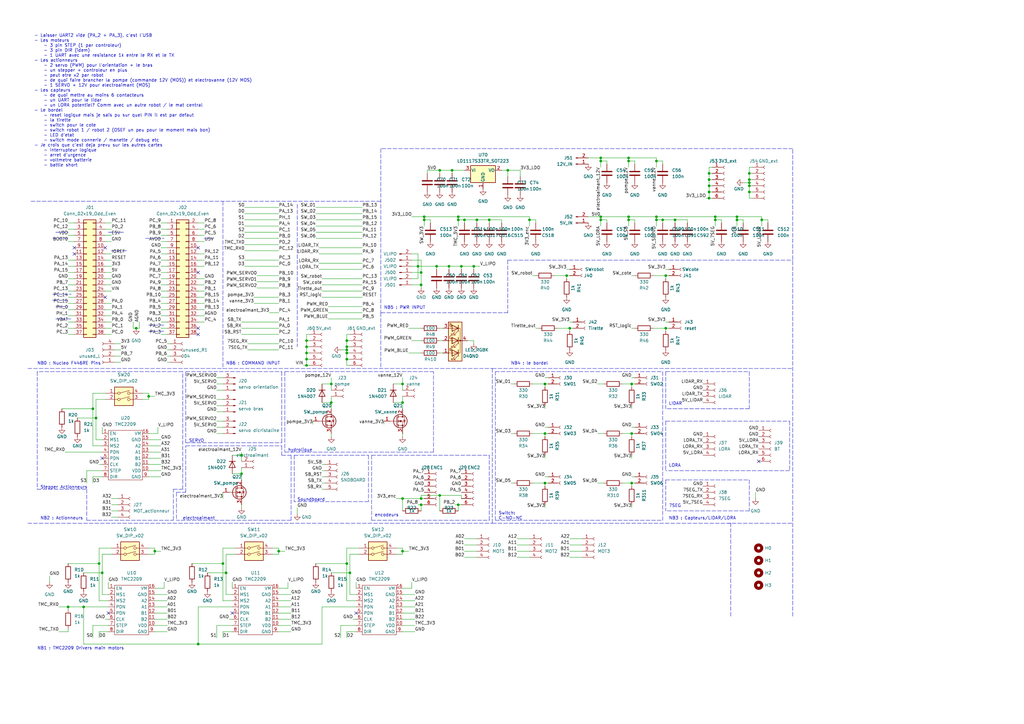
<source format=kicad_sch>
(kicad_sch (version 20211123) (generator eeschema)
  (paper "A3")
  (title_block (title "Carte interconnection") (date "2022-04-17") (rev "V1.0") (company "Pokibot"))
  (junction (at 302.26 88.9))
  (junction (at 223.52 157.48))
  (junction (at 142.24 147.32))
  (junction (at 114.3 226.06))
  (junction (at 307.34 74.93))
  (junction (at 187.96 207.01))
  (junction (at 259.08 157.48))
  (junction (at 259.08 177.8))
  (junction (at 125.73 149.86))
  (junction (at 125.73 144.78))
  (junction (at 290.83 78.74))
  (junction (at 259.08 198.12))
  (junction (at 187.96 88.9))
  (junction (at 27.94 248.92))
  (junction (at 293.37 88.9))
  (junction (at 257.81 66.04))
  (junction (at 142.24 231.14))
  (junction (at 142.24 143.51))
  (junction (at 40.64 231.14))
  (junction (at 307.34 71.12))
  (junction (at 125.73 147.32))
  (junction (at 172.72 116.84))
  (junction (at 63.5 226.06))
  (junction (at 312.42 90.17))
  (junction (at 165.1 157.48))
  (junction (at 290.83 81.28))
  (junction (at 41.91 234.95))
  (junction (at 187.96 90.17))
  (junction (at 135.89 165.1))
  (junction (at 200.66 90.17))
  (junction (at 307.34 73.66))
  (junction (at 142.24 139.7))
  (junction (at 180.34 69.85))
  (junction (at 232.41 113.03))
  (junction (at 269.24 88.9))
  (junction (at 125.73 139.7))
  (junction (at 190.5 90.17))
  (junction (at 180.34 203.2))
  (junction (at 246.38 64.77))
  (junction (at 55.88 134.62))
  (junction (at 91.44 231.14))
  (junction (at 172.72 207.01))
  (junction (at 142.24 142.24))
  (junction (at 165.1 204.47))
  (junction (at 60.96 162.56))
  (junction (at 271.78 90.17))
  (junction (at 194.31 109.22))
  (junction (at 246.38 90.17))
  (junction (at 257.81 90.17))
  (junction (at 172.72 111.76))
  (junction (at 257.81 88.9))
  (junction (at 173.99 90.17))
  (junction (at 246.38 66.04))
  (junction (at 208.28 69.85))
  (junction (at 125.73 142.24))
  (junction (at 290.83 73.66))
  (junction (at 39.37 171.45))
  (junction (at 171.45 109.22))
  (junction (at 246.38 88.9))
  (junction (at 223.52 177.8))
  (junction (at 92.71 234.95))
  (junction (at 269.24 66.04))
  (junction (at 189.23 109.22))
  (junction (at 185.42 69.85))
  (junction (at 269.24 90.17))
  (junction (at 307.34 76.2))
  (junction (at 273.05 113.03))
  (junction (at 290.83 76.2))
  (junction (at 293.37 90.17))
  (junction (at 143.51 234.95))
  (junction (at 165.1 165.1))
  (junction (at 290.83 71.12))
  (junction (at 38.1 167.64))
  (junction (at 195.58 90.17))
  (junction (at 184.15 109.22))
  (junction (at 173.99 88.9))
  (junction (at 257.81 64.77))
  (junction (at 99.06 194.31))
  (junction (at 99.06 186.69))
  (junction (at 223.52 198.12))
  (junction (at 81.28 264.16))
  (junction (at 307.34 78.74))
  (junction (at 217.17 90.17))
  (junction (at 135.89 157.48))
  (junction (at 172.72 204.47))
  (junction (at 142.24 144.78))
  (junction (at 273.05 134.62))
  (junction (at 302.26 90.17))
  (junction (at 233.68 134.62))
  (junction (at 165.1 226.06))
  (junction (at 179.07 109.22))
  (junction (at 34.29 248.92))
  (junction (at 276.86 90.17))
  (no_connect (at 43.18 121.92))
  (no_connect (at 30.48 104.14))
  (no_connect (at 30.48 101.6))
  (no_connect (at 81.28 111.76))
  (no_connect (at 81.28 137.16))
  (no_connect (at 81.28 134.62))
  (no_connect (at 81.28 101.6))
  (no_connect (at 95.25 251.46))
  (no_connect (at 44.45 251.46))
  (no_connect (at 146.05 251.46))
  (no_connect (at 43.18 101.6))
  (no_connect (at 41.91 187.96))
  (no_connect (at 311.15 189.23))
  (wire (pts (xy 129.54 95.25) (xy 148.59 95.25)))
  (wire (pts (xy 134.62 125.73) (xy 148.59 125.73)))
  (wire (pts (xy 63.5 256.54) (xy 68.58 256.54)))
  (wire (pts (xy 66.04 137.16) (xy 68.58 137.16)))
  (wire (pts (xy 171.45 114.3) (xy 171.45 109.22)))
  (wire (pts (xy 217.17 226.06) (xy 212.09 226.06)))
  (wire (pts (xy 24.13 259.08) (xy 27.94 259.08)))
  (wire (pts (xy 40.64 190.5) (xy 41.91 190.5)))
  (wire (pts (xy 91.44 204.47) (xy 91.44 201.93)))
  (wire (pts (xy 304.8 74.93) (xy 307.34 74.93)))
  (wire (pts (xy 96.52 227.33) (xy 92.71 227.33)))
  (wire (pts (xy 81.28 264.16) (xy 132.08 264.16)))
  (wire (pts (xy 81.28 129.54) (xy 83.82 129.54)))
  (polyline (pts (xy 115.57 182.88) (xy 115.57 186.69)))
  (wire (pts (xy 26.67 185.42) (xy 41.91 185.42)))
  (wire (pts (xy 24.13 248.92) (xy 27.94 248.92)))
  (wire (pts (xy 100.33 109.22) (xy 114.3 109.22)))
  (wire (pts (xy 125.73 149.86) (xy 127 149.86)))
  (wire (pts (xy 257.81 64.77) (xy 257.81 66.04)))
  (wire (pts (xy 217.17 220.98) (xy 212.09 220.98)))
  (wire (pts (xy 43.18 106.68) (xy 45.72 106.68)))
  (wire (pts (xy 38.1 256.54) (xy 38.1 261.62)))
  (wire (pts (xy 63.5 243.84) (xy 68.58 243.84)))
  (wire (pts (xy 43.18 161.29) (xy 38.1 161.29)))
  (wire (pts (xy 312.42 90.17) (xy 312.42 92.71)))
  (wire (pts (xy 85.09 234.95) (xy 92.71 234.95)))
  (wire (pts (xy 127 147.32) (xy 125.73 147.32)))
  (polyline (pts (xy 21.59 120.65) (xy 29.21 120.65)))
  (wire (pts (xy 290.83 73.66) (xy 292.1 73.66)))
  (polyline (pts (xy 72.39 201.93) (xy 72.39 213.36)))
  (wire (pts (xy 39.37 180.34) (xy 41.91 180.34)))
  (wire (pts (xy 99.06 191.77) (xy 99.06 194.31)))
  (wire (pts (xy 142.24 144.78) (xy 143.51 144.78)))
  (wire (pts (xy 27.94 127) (xy 30.48 127)))
  (wire (pts (xy 245.11 177.8) (xy 247.65 177.8)))
  (wire (pts (xy 41.91 175.26) (xy 41.91 177.8)))
  (wire (pts (xy 246.38 66.04) (xy 246.38 68.58)))
  (wire (pts (xy 165.1 162.56) (xy 165.1 165.1)))
  (wire (pts (xy 69.85 146.05) (xy 68.58 146.05)))
  (wire (pts (xy 100.33 90.17) (xy 114.3 90.17)))
  (wire (pts (xy 34.29 264.16) (xy 81.28 264.16)))
  (wire (pts (xy 189.23 203.2) (xy 180.34 203.2)))
  (polyline (pts (xy 76.2 181.61) (xy 115.57 181.61)))
  (wire (pts (xy 27.94 248.92) (xy 27.94 250.19)))
  (wire (pts (xy 142.24 224.79) (xy 142.24 231.14)))
  (wire (pts (xy 114.3 251.46) (xy 119.38 251.46)))
  (wire (pts (xy 88.9 154.94) (xy 91.44 154.94)))
  (wire (pts (xy 259.08 186.69) (xy 259.08 187.96)))
  (wire (pts (xy 88.9 175.26) (xy 91.44 175.26)))
  (wire (pts (xy 292.1 78.74) (xy 290.83 78.74)))
  (wire (pts (xy 142.24 143.51) (xy 142.24 144.78)))
  (wire (pts (xy 125.73 144.78) (xy 125.73 142.24)))
  (wire (pts (xy 314.96 90.17) (xy 312.42 90.17)))
  (wire (pts (xy 60.96 180.34) (xy 66.04 180.34)))
  (wire (pts (xy 260.35 67.31) (xy 260.35 66.04)))
  (wire (pts (xy 132.08 119.38) (xy 148.59 119.38)))
  (wire (pts (xy 64.77 175.26) (xy 64.77 177.8)))
  (wire (pts (xy 290.83 76.2) (xy 290.83 78.74)))
  (wire (pts (xy 233.68 134.62) (xy 234.95 134.62)))
  (wire (pts (xy 218.44 198.12) (xy 223.52 198.12)))
  (wire (pts (xy 100.33 92.71) (xy 114.3 92.71)))
  (polyline (pts (xy 76.2 152.4) (xy 115.57 152.4)))
  (wire (pts (xy 255.27 157.48) (xy 259.08 157.48)))
  (wire (pts (xy 187.96 90.17) (xy 187.96 92.71)))
  (wire (pts (xy 38.1 195.58) (xy 41.91 195.58)))
  (wire (pts (xy 63.5 251.46) (xy 68.58 251.46)))
  (wire (pts (xy 147.32 224.79) (xy 142.24 224.79)))
  (wire (pts (xy 302.26 88.9) (xy 302.26 90.17)))
  (polyline (pts (xy 273.05 196.85) (xy 273.05 209.55)))
  (polyline (pts (xy 11.43 214.63) (xy 201.93 214.63)))
  (wire (pts (xy 172.72 204.47) (xy 173.99 204.47)))
  (wire (pts (xy 195.58 90.17) (xy 195.58 91.44)))
  (wire (pts (xy 246.38 64.77) (xy 246.38 66.04)))
  (wire (pts (xy 165.1 226.06) (xy 165.1 227.33)))
  (wire (pts (xy 114.3 248.92) (xy 119.38 248.92)))
  (wire (pts (xy 129.54 231.14) (xy 142.24 231.14)))
  (wire (pts (xy 41.91 243.84) (xy 44.45 243.84)))
  (wire (pts (xy 175.26 71.12) (xy 175.26 69.85)))
  (polyline (pts (xy 116.84 152.4) (xy 177.8 152.4)))
  (wire (pts (xy 194.31 109.22) (xy 196.85 109.22)))
  (wire (pts (xy 162.56 224.79) (xy 165.1 224.79)))
  (polyline (pts (xy 76.2 201.93) (xy 76.2 182.88)))
  (wire (pts (xy 259.08 207.01) (xy 259.08 208.28)))
  (wire (pts (xy 195.58 228.6) (xy 190.5 228.6)))
  (wire (pts (xy 100.33 106.68) (xy 114.3 106.68)))
  (wire (pts (xy 142.24 137.16) (xy 143.51 137.16)))
  (polyline (pts (xy 323.85 193.04) (xy 273.05 193.04)))
  (wire (pts (xy 38.1 161.29) (xy 38.1 167.64)))
  (wire (pts (xy 66.04 114.3) (xy 68.58 114.3)))
  (wire (pts (xy 60.96 182.88) (xy 66.04 182.88)))
  (wire (pts (xy 161.29 165.1) (xy 165.1 165.1)))
  (wire (pts (xy 114.3 226.06) (xy 116.84 226.06)))
  (wire (pts (xy 49.53 140.97) (xy 46.99 140.97)))
  (wire (pts (xy 217.17 223.52) (xy 212.09 223.52)))
  (wire (pts (xy 168.91 116.84) (xy 172.72 116.84)))
  (wire (pts (xy 27.94 119.38) (xy 30.48 119.38)))
  (wire (pts (xy 132.08 121.92) (xy 148.59 121.92)))
  (polyline (pts (xy 323.85 172.72) (xy 323.85 193.04)))
  (wire (pts (xy 114.3 241.3) (xy 118.11 241.3)))
  (polyline (pts (xy 208.28 106.68) (xy 208.28 128.27)))
  (wire (pts (xy 43.18 132.08) (xy 45.72 132.08)))
  (wire (pts (xy 241.3 64.77) (xy 246.38 64.77)))
  (wire (pts (xy 34.29 248.92) (xy 34.29 264.16)))
  (wire (pts (xy 60.96 162.56) (xy 60.96 163.83)))
  (wire (pts (xy 168.91 139.7) (xy 172.72 139.7)))
  (wire (pts (xy 307.34 73.66) (xy 308.61 73.66)))
  (wire (pts (xy 165.1 248.92) (xy 170.18 248.92)))
  (wire (pts (xy 99.06 208.28) (xy 99.06 207.01)))
  (wire (pts (xy 259.08 166.37) (xy 259.08 167.64)))
  (wire (pts (xy 63.5 226.06) (xy 63.5 227.33)))
  (polyline (pts (xy 152.4 186.69) (xy 200.66 186.69)))
  (wire (pts (xy 271.78 91.44) (xy 271.78 90.17)))
  (wire (pts (xy 104.14 121.92) (xy 114.3 121.92)))
  (wire (pts (xy 223.52 186.69) (xy 223.52 187.96)))
  (wire (pts (xy 173.99 90.17) (xy 173.99 92.71)))
  (wire (pts (xy 219.71 134.62) (xy 220.98 134.62)))
  (wire (pts (xy 218.44 157.48) (xy 223.52 157.48)))
  (wire (pts (xy 217.17 228.6) (xy 212.09 228.6)))
  (wire (pts (xy 27.94 114.3) (xy 30.48 114.3)))
  (wire (pts (xy 172.72 207.01) (xy 173.99 207.01)))
  (wire (pts (xy 146.05 238.76) (xy 146.05 241.3)))
  (wire (pts (xy 217.17 90.17) (xy 217.17 92.71)))
  (wire (pts (xy 81.28 109.22) (xy 83.82 109.22)))
  (wire (pts (xy 40.64 224.79) (xy 40.64 231.14)))
  (polyline (pts (xy 271.78 152.4) (xy 271.78 213.36)))
  (wire (pts (xy 246.38 90.17) (xy 246.38 92.71)))
  (wire (pts (xy 186.69 207.01) (xy 187.96 207.01)))
  (wire (pts (xy 27.94 231.14) (xy 40.64 231.14)))
  (wire (pts (xy 132.08 193.04) (xy 133.35 193.04)))
  (wire (pts (xy 27.94 134.62) (xy 30.48 134.62)))
  (wire (pts (xy 81.28 114.3) (xy 83.82 114.3)))
  (wire (pts (xy 314.96 91.44) (xy 314.96 90.17)))
  (wire (pts (xy 130.81 110.49) (xy 148.59 110.49)))
  (polyline (pts (xy 203.2 213.36) (xy 271.78 213.36)))
  (wire (pts (xy 66.04 99.06) (xy 68.58 99.06)))
  (wire (pts (xy 171.45 109.22) (xy 179.07 109.22)))
  (wire (pts (xy 248.92 90.17) (xy 246.38 90.17)))
  (wire (pts (xy 162.56 204.47) (xy 165.1 204.47)))
  (wire (pts (xy 276.86 91.44) (xy 276.86 90.17)))
  (wire (pts (xy 135.89 234.95) (xy 143.51 234.95)))
  (wire (pts (xy 95.25 186.69) (xy 99.06 186.69)))
  (wire (pts (xy 307.34 78.74) (xy 308.61 78.74)))
  (wire (pts (xy 130.81 101.6) (xy 148.59 101.6)))
  (polyline (pts (xy 120.65 186.69) (xy 151.13 186.69)))
  (wire (pts (xy 88.9 160.02) (xy 91.44 160.02)))
  (wire (pts (xy 209.55 157.48) (xy 210.82 157.48)))
  (wire (pts (xy 63.5 224.79) (xy 63.5 226.06)))
  (wire (pts (xy 100.33 102.87) (xy 114.3 102.87)))
  (wire (pts (xy 135.89 162.56) (xy 135.89 165.1)))
  (wire (pts (xy 213.36 72.39) (xy 213.36 69.85)))
  (wire (pts (xy 248.92 66.04) (xy 248.92 67.31)))
  (polyline (pts (xy 201.93 214.63) (xy 325.12 214.63)))
  (wire (pts (xy 209.55 177.8) (xy 210.82 177.8)))
  (wire (pts (xy 290.83 73.66) (xy 290.83 71.12)))
  (wire (pts (xy 269.24 64.77) (xy 269.24 66.04)))
  (wire (pts (xy 260.35 66.04) (xy 257.81 66.04)))
  (wire (pts (xy 259.08 157.48) (xy 260.35 157.48)))
  (wire (pts (xy 142.24 147.32) (xy 143.51 147.32)))
  (wire (pts (xy 81.28 104.14) (xy 83.82 104.14)))
  (wire (pts (xy 66.04 91.44) (xy 68.58 91.44)))
  (polyline (pts (xy 71.12 213.36) (xy 71.12 200.66)))
  (wire (pts (xy 142.24 231.14) (xy 142.24 246.38)))
  (wire (pts (xy 219.71 90.17) (xy 219.71 91.44)))
  (wire (pts (xy 168.91 104.14) (xy 171.45 104.14)))
  (wire (pts (xy 259.08 198.12) (xy 260.35 198.12)))
  (wire (pts (xy 66.04 101.6) (xy 68.58 101.6)))
  (polyline (pts (xy 12.7 82.55) (xy 156.21 82.55)))
  (wire (pts (xy 165.1 243.84) (xy 170.18 243.84)))
  (wire (pts (xy 260.35 90.17) (xy 257.81 90.17)))
  (polyline (pts (xy 299.72 252.73) (xy 299.72 214.63)))
  (wire (pts (xy 99.06 186.69) (xy 99.06 189.23)))
  (wire (pts (xy 54.61 132.08) (xy 54.61 134.62)))
  (wire (pts (xy 66.04 116.84) (xy 68.58 116.84)))
  (wire (pts (xy 200.66 90.17) (xy 205.74 90.17)))
  (wire (pts (xy 308.61 81.28) (xy 307.34 81.28)))
  (wire (pts (xy 208.28 69.85) (xy 208.28 72.39)))
  (wire (pts (xy 20.32 236.22) (xy 20.32 238.76)))
  (wire (pts (xy 114.3 246.38) (xy 119.38 246.38)))
  (wire (pts (xy 227.33 113.03) (xy 232.41 113.03)))
  (wire (pts (xy 290.83 81.28) (xy 292.1 81.28)))
  (wire (pts (xy 105.41 118.11) (xy 114.3 118.11)))
  (wire (pts (xy 60.96 187.96) (xy 66.04 187.96)))
  (polyline (pts (xy 325.12 252.73) (xy 325.12 60.96)))
  (wire (pts (xy 147.32 227.33) (xy 143.51 227.33)))
  (wire (pts (xy 88.9 166.37) (xy 91.44 166.37)))
  (wire (pts (xy 81.28 91.44) (xy 83.82 91.44)))
  (wire (pts (xy 269.24 88.9) (xy 293.37 88.9)))
  (wire (pts (xy 100.33 97.79) (xy 114.3 97.79)))
  (wire (pts (xy 81.28 121.92) (xy 83.82 121.92)))
  (wire (pts (xy 81.28 96.52) (xy 83.82 96.52)))
  (wire (pts (xy 187.96 207.01) (xy 189.23 207.01)))
  (polyline (pts (xy 208.28 128.27) (xy 156.21 128.27)))
  (polyline (pts (xy 15.24 200.66) (xy 35.56 200.66)))
  (wire (pts (xy 66.04 129.54) (xy 68.58 129.54)))
  (polyline (pts (xy 203.2 152.4) (xy 271.78 152.4)))
  (wire (pts (xy 259.08 134.62) (xy 260.35 134.62)))
  (wire (pts (xy 101.6 143.51) (xy 114.3 143.51)))
  (wire (pts (xy 100.33 100.33) (xy 114.3 100.33)))
  (wire (pts (xy 43.18 116.84) (xy 45.72 116.84)))
  (polyline (pts (xy 151.13 186.69) (xy 151.13 205.74)))
  (wire (pts (xy 165.1 204.47) (xy 165.1 209.55)))
  (wire (pts (xy 246.38 64.77) (xy 257.81 64.77)))
  (polyline (pts (xy 273.05 172.72) (xy 273.05 193.04)))
  (wire (pts (xy 257.81 88.9) (xy 257.81 90.17)))
  (wire (pts (xy 144.78 254) (xy 146.05 254)))
  (polyline (pts (xy 91.44 151.13) (xy 201.93 151.13)))
  (wire (pts (xy 81.28 248.92) (xy 95.25 248.92)))
  (wire (pts (xy 267.97 134.62) (xy 273.05 134.62)))
  (wire (pts (xy 246.38 88.9) (xy 246.38 90.17)))
  (polyline (pts (xy 115.57 186.69) (xy 119.38 186.69)))
  (wire (pts (xy 162.56 227.33) (xy 165.1 227.33)))
  (wire (pts (xy 27.94 111.76) (xy 30.48 111.76)))
  (wire (pts (xy 172.72 106.68) (xy 172.72 111.76)))
  (wire (pts (xy 38.1 256.54) (xy 44.45 256.54)))
  (wire (pts (xy 238.76 220.98) (xy 233.68 220.98)))
  (wire (pts (xy 63.5 241.3) (xy 67.31 241.3)))
  (wire (pts (xy 172.72 207.01) (xy 172.72 209.55)))
  (wire (pts (xy 195.58 223.52) (xy 190.5 223.52)))
  (wire (pts (xy 168.91 114.3) (xy 171.45 114.3)))
  (polyline (pts (xy 60.96 133.35) (xy 67.31 133.35)))
  (wire (pts (xy 307.34 74.93) (xy 307.34 73.66)))
  (wire (pts (xy 312.42 88.9) (xy 312.42 90.17)))
  (wire (pts (xy 228.6 134.62) (xy 233.68 134.62)))
  (wire (pts (xy 290.83 76.2) (xy 290.83 73.66)))
  (wire (pts (xy 27.94 124.46) (xy 30.48 124.46)))
  (polyline (pts (xy 45.72 102.87) (xy 52.07 102.87)))
  (wire (pts (xy 309.88 201.93) (xy 309.88 204.47)))
  (wire (pts (xy 43.18 124.46) (xy 45.72 124.46)))
  (wire (pts (xy 105.41 115.57) (xy 114.3 115.57)))
  (polyline (pts (xy 307.34 209.55) (xy 273.05 209.55)))
  (wire (pts (xy 40.64 246.38) (xy 44.45 246.38)))
  (wire (pts (xy 135.89 154.94) (xy 135.89 157.48)))
  (wire (pts (xy 25.4 167.64) (xy 38.1 167.64)))
  (wire (pts (xy 49.53 143.51) (xy 46.99 143.51)))
  (wire (pts (xy 209.55 198.12) (xy 210.82 198.12)))
  (wire (pts (xy 302.26 88.9) (xy 312.42 88.9)))
  (wire (pts (xy 271.78 66.04) (xy 269.24 66.04)))
  (polyline (pts (xy 35.56 213.36) (xy 71.12 213.36)))
  (wire (pts (xy 129.54 85.09) (xy 148.59 85.09)))
  (wire (pts (xy 191.77 139.7) (xy 194.31 139.7)))
  (wire (pts (xy 100.33 87.63) (xy 114.3 87.63)))
  (wire (pts (xy 124.46 149.86) (xy 125.73 149.86)))
  (wire (pts (xy 88.9 163.83) (xy 91.44 163.83)))
  (wire (pts (xy 96.52 224.79) (xy 91.44 224.79)))
  (wire (pts (xy 104.14 124.46) (xy 114.3 124.46)))
  (wire (pts (xy 132.08 157.48) (xy 135.89 157.48)))
  (polyline (pts (xy 116.84 185.42) (xy 177.8 185.42)))
  (wire (pts (xy 27.94 109.22) (xy 30.48 109.22)))
  (polyline (pts (xy 21.59 123.19) (xy 27.94 123.19)))
  (wire (pts (xy 142.24 147.32) (xy 142.24 149.86)))
  (wire (pts (xy 63.5 259.08) (xy 68.58 259.08)))
  (wire (pts (xy 111.76 227.33) (xy 114.3 227.33)))
  (polyline (pts (xy 273.05 152.4) (xy 307.34 152.4)))
  (wire (pts (xy 269.24 88.9) (xy 269.24 90.17)))
  (polyline (pts (xy 119.38 186.69) (xy 119.38 213.36)))
  (wire (pts (xy 43.18 137.16) (xy 45.72 137.16)))
  (wire (pts (xy 129.54 97.79) (xy 148.59 97.79)))
  (wire (pts (xy 66.04 132.08) (xy 68.58 132.08)))
  (wire (pts (xy 295.91 91.44) (xy 295.91 90.17)))
  (wire (pts (xy 190.5 91.44) (xy 190.5 90.17)))
  (wire (pts (xy 157.48 173.99) (xy 157.48 172.72)))
  (wire (pts (xy 304.8 90.17) (xy 302.26 90.17)))
  (wire (pts (xy 27.94 93.98) (xy 30.48 93.98)))
  (wire (pts (xy 219.71 90.17) (xy 217.17 90.17)))
  (wire (pts (xy 165.1 224.79) (xy 165.1 226.06)))
  (wire (pts (xy 91.44 259.08) (xy 91.44 261.62)))
  (wire (pts (xy 43.18 111.76) (xy 45.72 111.76)))
  (wire (pts (xy 55.88 134.62) (xy 54.61 134.62)))
  (polyline (pts (xy 156.21 128.27) (xy 156.21 151.13)))
  (wire (pts (xy 271.78 67.31) (xy 271.78 66.04)))
  (wire (pts (xy 95.25 194.31) (xy 99.06 194.31)))
  (wire (pts (xy 99.06 132.08) (xy 114.3 132.08)))
  (wire (pts (xy 43.18 163.83) (xy 39.37 163.83)))
  (wire (pts (xy 139.7 256.54) (xy 146.05 256.54)))
  (polyline (pts (xy 273.05 196.85) (xy 307.34 196.85)))
  (wire (pts (xy 27.94 99.06) (xy 30.48 99.06)))
  (polyline (pts (xy 156.21 60.96) (xy 156.21 128.27)))
  (wire (pts (xy 165.1 251.46) (xy 170.18 251.46)))
  (wire (pts (xy 255.27 198.12) (xy 259.08 198.12)))
  (wire (pts (xy 223.52 157.48) (xy 223.52 158.75)))
  (wire (pts (xy 132.08 195.58) (xy 133.35 195.58)))
  (polyline (pts (xy 119.38 213.36) (xy 72.39 213.36)))
  (wire (pts (xy 43.18 134.62) (xy 45.72 134.62)))
  (polyline (pts (xy 76.2 182.88) (xy 115.57 182.88)))
  (wire (pts (xy 259.08 177.8) (xy 260.35 177.8)))
  (wire (pts (xy 91.44 246.38) (xy 95.25 246.38)))
  (polyline (pts (xy 71.12 200.66) (xy 74.93 200.66)))
  (wire (pts (xy 34.29 248.92) (xy 44.45 248.92)))
  (wire (pts (xy 45.72 209.55) (xy 48.26 209.55)))
  (wire (pts (xy 290.83 71.12) (xy 292.1 71.12)))
  (wire (pts (xy 43.18 96.52) (xy 45.72 96.52)))
  (wire (pts (xy 91.44 259.08) (xy 95.25 259.08)))
  (wire (pts (xy 257.81 90.17) (xy 257.81 92.71)))
  (wire (pts (xy 41.91 227.33) (xy 41.91 234.95)))
  (wire (pts (xy 165.1 256.54) (xy 170.18 256.54)))
  (wire (pts (xy 180.34 69.85) (xy 185.42 69.85)))
  (wire (pts (xy 55.88 134.62) (xy 57.15 134.62)))
  (polyline (pts (xy 91.44 82.55) (xy 91.44 151.13)))
  (wire (pts (xy 165.1 246.38) (xy 170.18 246.38)))
  (wire (pts (xy 60.96 185.42) (xy 66.04 185.42)))
  (wire (pts (xy 125.73 142.24) (xy 125.73 139.7)))
  (polyline (pts (xy 201.93 151.13) (xy 325.12 151.13)))
  (wire (pts (xy 176.53 90.17) (xy 176.53 91.44)))
  (wire (pts (xy 213.36 69.85) (xy 208.28 69.85)))
  (wire (pts (xy 129.54 92.71) (xy 148.59 92.71)))
  (wire (pts (xy 223.52 207.01) (xy 223.52 208.28)))
  (wire (pts (xy 88.9 157.48) (xy 91.44 157.48)))
  (wire (pts (xy 233.68 132.08) (xy 234.95 132.08)))
  (wire (pts (xy 60.96 195.58) (xy 66.04 195.58)))
  (wire (pts (xy 43.18 91.44) (xy 45.72 91.44)))
  (wire (pts (xy 45.72 227.33) (xy 41.91 227.33)))
  (polyline (pts (xy 120.65 186.69) (xy 120.65 205.74)))
  (wire (pts (xy 58.42 161.29) (xy 60.96 161.29)))
  (wire (pts (xy 125.73 144.78) (xy 125.73 147.32)))
  (wire (pts (xy 142.24 142.24) (xy 143.51 142.24)))
  (wire (pts (xy 142.24 259.08) (xy 142.24 261.62)))
  (wire (pts (xy 99.06 185.42) (xy 99.06 186.69)))
  (wire (pts (xy 168.91 109.22) (xy 171.45 109.22)))
  (wire (pts (xy 45.72 204.47) (xy 48.26 204.47)))
  (wire (pts (xy 180.34 203.2) (xy 172.72 203.2)))
  (wire (pts (xy 125.73 137.16) (xy 127 137.16)))
  (wire (pts (xy 95.25 238.76) (xy 95.25 241.3)))
  (polyline (pts (xy 115.57 152.4) (xy 115.57 181.61)))
  (polyline (pts (xy 35.56 200.66) (xy 35.56 213.36)))
  (wire (pts (xy 43.18 93.98) (xy 45.72 93.98)))
  (wire (pts (xy 66.04 121.92) (xy 68.58 121.92)))
  (polyline (pts (xy 201.93 151.13) (xy 201.93 214.63)))
  (wire (pts (xy 179.07 109.22) (xy 184.15 109.22)))
  (wire (pts (xy 307.34 68.58) (xy 308.61 68.58)))
  (wire (pts (xy 142.24 144.78) (xy 142.24 147.32)))
  (wire (pts (xy 39.37 163.83) (xy 39.37 171.45)))
  (polyline (pts (xy 307.34 196.85) (xy 307.34 209.55)))
  (polyline (pts (xy 22.86 130.81) (xy 29.21 130.81)))
  (wire (pts (xy 179.07 109.22) (xy 179.07 110.49)))
  (polyline (pts (xy 325.12 60.96) (xy 156.21 60.96)))
  (polyline (pts (xy 74.93 152.4) (xy 15.24 152.4)))
  (wire (pts (xy 223.52 198.12) (xy 223.52 199.39)))
  (wire (pts (xy 46.99 148.59) (xy 49.53 148.59)))
  (wire (pts (xy 165.1 204.47) (xy 172.72 204.47)))
  (wire (pts (xy 114.3 254) (xy 119.38 254)))
  (wire (pts (xy 190.5 90.17) (xy 195.58 90.17)))
  (wire (pts (xy 223.52 175.26) (xy 224.79 175.26)))
  (wire (pts (xy 45.72 207.01) (xy 48.26 207.01)))
  (wire (pts (xy 99.06 194.31) (xy 99.06 196.85)))
  (wire (pts (xy 27.94 106.68) (xy 30.48 106.68)))
  (wire (pts (xy 66.04 124.46) (xy 68.58 124.46)))
  (wire (pts (xy 245.11 198.12) (xy 247.65 198.12)))
  (wire (pts (xy 66.04 106.68) (xy 68.58 106.68)))
  (wire (pts (xy 189.23 109.22) (xy 189.23 110.49)))
  (wire (pts (xy 88.9 168.91) (xy 91.44 168.91)))
  (wire (pts (xy 307.34 73.66) (xy 307.34 71.12)))
  (wire (pts (xy 81.28 119.38) (xy 83.82 119.38)))
  (polyline (pts (xy 44.45 95.25) (xy 50.8 95.25)))
  (wire (pts (xy 46.99 146.05) (xy 49.53 146.05)))
  (wire (pts (xy 218.44 113.03) (xy 219.71 113.03)))
  (wire (pts (xy 38.1 195.58) (xy 38.1 198.12)))
  (wire (pts (xy 91.44 224.79) (xy 91.44 231.14)))
  (wire (pts (xy 27.94 121.92) (xy 30.48 121.92)))
  (wire (pts (xy 307.34 78.74) (xy 307.34 81.28)))
  (wire (pts (xy 43.18 127) (xy 45.72 127)))
  (wire (pts (xy 143.51 149.86) (xy 142.24 149.86)))
  (wire (pts (xy 134.62 130.81) (xy 148.59 130.81)))
  (wire (pts (xy 121.92 208.28) (xy 121.92 210.82)))
  (wire (pts (xy 129.54 87.63) (xy 148.59 87.63)))
  (wire (pts (xy 176.53 90.17) (xy 173.99 90.17)))
  (wire (pts (xy 66.04 134.62) (xy 68.58 134.62)))
  (polyline (pts (xy 11.43 151.13) (xy 91.44 151.13)))
  (wire (pts (xy 259.08 198.12) (xy 259.08 199.39)))
  (wire (pts (xy 63.5 248.92) (xy 68.58 248.92)))
  (wire (pts (xy 255.27 177.8) (xy 259.08 177.8)))
  (wire (pts (xy 134.62 128.27) (xy 148.59 128.27)))
  (wire (pts (xy 142.24 143.51) (xy 142.24 142.24)))
  (wire (pts (xy 132.08 114.3) (xy 148.59 114.3)))
  (polyline (pts (xy 121.92 83.82) (xy 121.92 142.24)))
  (polyline (pts (xy 116.84 152.4) (xy 116.84 185.42)))
  (wire (pts (xy 81.28 127) (xy 83.82 127)))
  (polyline (pts (xy 22.86 125.73) (xy 27.94 125.73)))
  (wire (pts (xy 223.52 195.58) (xy 224.79 195.58)))
  (wire (pts (xy 232.41 113.03) (xy 232.41 114.3)))
  (wire (pts (xy 125.73 142.24) (xy 127 142.24)))
  (wire (pts (xy 223.52 177.8) (xy 223.52 179.07)))
  (wire (pts (xy 184.15 109.22) (xy 184.15 110.49)))
  (wire (pts (xy 114.3 224.79) (xy 114.3 226.06)))
  (wire (pts (xy 40.64 259.08) (xy 44.45 259.08)))
  (wire (pts (xy 135.89 179.07) (xy 135.89 177.8)))
  (wire (pts (xy 58.42 163.83) (xy 60.96 163.83)))
  (wire (pts (xy 41.91 234.95) (xy 41.91 243.84)))
  (wire (pts (xy 40.64 259.08) (xy 40.64 261.62)))
  (wire (pts (xy 223.52 177.8) (xy 224.79 177.8)))
  (wire (pts (xy 27.94 248.92) (xy 34.29 248.92)))
  (wire (pts (xy 195.58 226.06) (xy 190.5 226.06)))
  (polyline (pts (xy 307.34 167.64) (xy 273.05 167.64)))
  (wire (pts (xy 38.1 167.64) (xy 38.1 182.88)))
  (wire (pts (xy 99.06 134.62) (xy 114.3 134.62)))
  (polyline (pts (xy 200.66 213.36) (xy 200.66 186.69)))
  (wire (pts (xy 60.96 193.04) (xy 66.04 193.04)))
  (wire (pts (xy 195.58 90.17) (xy 200.66 90.17)))
  (wire (pts (xy 273.05 132.08) (xy 274.32 132.08)))
  (wire (pts (xy 132.08 198.12) (xy 133.35 198.12)))
  (polyline (pts (xy 15.24 152.4) (xy 15.24 200.66)))
  (wire (pts (xy 185.42 71.12) (xy 185.42 69.85)))
  (polyline (pts (xy 22.86 95.25) (xy 27.94 95.25)))
  (wire (pts (xy 165.1 179.07) (xy 165.1 177.8)))
  (polyline (pts (xy 299.72 214.63) (xy 298.45 214.63)))
  (wire (pts (xy 27.94 132.08) (xy 30.48 132.08)))
  (wire (pts (xy 81.28 99.06) (xy 83.82 99.06)))
  (wire (pts (xy 165.1 165.1) (xy 165.1 167.64)))
  (wire (pts (xy 259.08 154.94) (xy 260.35 154.94)))
  (wire (pts (xy 45.72 224.79) (xy 40.64 224.79)))
  (wire (pts (xy 60.96 190.5) (xy 66.04 190.5)))
  (wire (pts (xy 189.23 109.22) (xy 194.31 109.22)))
  (wire (pts (xy 293.37 90.17) (xy 293.37 92.71)))
  (wire (pts (xy 43.18 99.06) (xy 45.72 99.06)))
  (wire (pts (xy 125.73 144.78) (xy 127 144.78)))
  (wire (pts (xy 66.04 119.38) (xy 68.58 119.38)))
  (wire (pts (xy 232.41 110.49) (xy 233.68 110.49)))
  (wire (pts (xy 43.18 254) (xy 44.45 254)))
  (wire (pts (xy 66.04 111.76) (xy 68.58 111.76)))
  (wire (pts (xy 238.76 223.52) (xy 233.68 223.52)))
  (wire (pts (xy 60.96 224.79) (xy 63.5 224.79)))
  (wire (pts (xy 194.31 109.22) (xy 194.31 110.49)))
  (wire (pts (xy 81.28 93.98) (xy 83.82 93.98)))
  (wire (pts (xy 273.05 113.03) (xy 274.32 113.03)))
  (wire (pts (xy 276.86 90.17) (xy 271.78 90.17)))
  (wire (pts (xy 68.58 148.59) (xy 69.85 148.59)))
  (wire (pts (xy 273.05 110.49) (xy 274.32 110.49)))
  (wire (pts (xy 60.96 162.56) (xy 63.5 162.56)))
  (wire (pts (xy 88.9 172.72) (xy 91.44 172.72)))
  (wire (pts (xy 114.3 259.08) (xy 119.38 259.08)))
  (wire (pts (xy 276.86 90.17) (xy 281.94 90.17)))
  (wire (pts (xy 101.6 140.97) (xy 114.3 140.97)))
  (wire (pts (xy 60.96 161.29) (xy 60.96 162.56)))
  (wire (pts (xy 273.05 113.03) (xy 273.05 114.3)))
  (wire (pts (xy 38.1 182.88) (xy 41.91 182.88)))
  (wire (pts (xy 88.9 256.54) (xy 88.9 261.62)))
  (wire (pts (xy 81.28 132.08) (xy 83.82 132.08)))
  (wire (pts (xy 81.28 116.84) (xy 83.82 116.84)))
  (wire (pts (xy 130.81 104.14) (xy 148.59 104.14)))
  (wire (pts (xy 111.76 224.79) (xy 114.3 224.79)))
  (wire (pts (xy 187.96 88.9) (xy 217.17 88.9)))
  (wire (pts (xy 60.96 227.33) (xy 63.5 227.33)))
  (wire (pts (xy 132.08 165.1) (xy 135.89 165.1)))
  (wire (pts (xy 289.56 81.28) (xy 290.83 81.28)))
  (wire (pts (xy 217.17 88.9) (xy 217.17 90.17)))
  (wire (pts (xy 132.08 116.84) (xy 148.59 116.84)))
  (wire (pts (xy 307.34 76.2) (xy 307.34 78.74)))
  (wire (pts (xy 27.94 137.16) (xy 30.48 137.16)))
  (wire (pts (xy 69.85 143.51) (xy 68.58 143.51)))
  (wire (pts (xy 172.72 203.2) (xy 172.72 204.47)))
  (polyline (pts (xy 152.4 213.36) (xy 200.66 213.36)))
  (wire (pts (xy 165.1 157.48) (xy 165.1 160.02)))
  (wire (pts (xy 171.45 207.01) (xy 172.72 207.01)))
  (wire (pts (xy 257.81 88.9) (xy 269.24 88.9)))
  (wire (pts (xy 187.96 207.01) (xy 187.96 209.55)))
  (wire (pts (xy 223.52 166.37) (xy 223.52 167.64)))
  (wire (pts (xy 43.18 104.14) (xy 45.72 104.14)))
  (polyline (pts (xy 59.69 97.79) (xy 67.31 97.79)))
  (wire (pts (xy 57.15 132.08) (xy 57.15 134.62)))
  (wire (pts (xy 189.23 204.47) (xy 189.23 203.2)))
  (wire (pts (xy 168.91 106.68) (xy 172.72 106.68)))
  (polyline (pts (xy 203.2 213.36) (xy 203.2 152.4)))
  (wire (pts (xy 180.34 69.85) (xy 180.34 71.12)))
  (wire (pts (xy 165.1 226.06) (xy 167.64 226.06)))
  (wire (pts (xy 43.18 109.22) (xy 45.72 109.22)))
  (wire (pts (xy 125.73 147.32) (xy 125.73 149.86)))
  (wire (pts (xy 223.52 157.48) (xy 224.79 157.48)))
  (wire (pts (xy 173.99 88.9) (xy 173.99 90.17)))
  (wire (pts (xy 269.24 66.04) (xy 269.24 68.58)))
  (wire (pts (xy 293.37 88.9) (xy 293.37 90.17)))
  (wire (pts (xy 205.74 90.17) (xy 205.74 91.44)))
  (polyline (pts (xy 177.8 185.42) (xy 177.8 152.4)))
  (polyline (pts (xy 273.05 152.4) (xy 273.05 167.64)))
  (wire (pts (xy 99.06 137.16) (xy 114.3 137.16)))
  (wire (pts (xy 218.44 177.8) (xy 223.52 177.8)))
  (wire (pts (xy 172.72 111.76) (xy 172.72 116.84)))
  (wire (pts (xy 205.74 69.85) (xy 208.28 69.85)))
  (wire (pts (xy 168.91 111.76) (xy 172.72 111.76)))
  (wire (pts (xy 281.94 91.44) (xy 281.94 90.17)))
  (wire (pts (xy 273.05 134.62) (xy 274.32 134.62)))
  (wire (pts (xy 175.26 69.85) (xy 180.34 69.85)))
  (wire (pts (xy 165.1 154.94) (xy 165.1 157.48)))
  (wire (pts (xy 172.72 116.84) (xy 172.72 118.11)))
  (wire (pts (xy 43.18 119.38) (xy 45.72 119.38)))
  (wire (pts (xy 132.08 264.16) (xy 132.08 248.92)))
  (wire (pts (xy 132.08 200.66) (xy 133.35 200.66)))
  (wire (pts (xy 139.7 256.54) (xy 139.7 261.62)))
  (wire (pts (xy 92.71 243.84) (xy 95.25 243.84)))
  (polyline (pts (xy 83.82 97.79) (xy 87.63 97.79)))
  (wire (pts (xy 165.1 241.3) (xy 168.91 241.3)))
  (wire (pts (xy 238.76 226.06) (xy 233.68 226.06)))
  (wire (pts (xy 187.96 88.9) (xy 187.96 90.17)))
  (wire (pts (xy 92.71 234.95) (xy 92.71 243.84)))
  (wire (pts (xy 195.58 220.98) (xy 190.5 220.98)))
  (wire (pts (xy 132.08 248.92) (xy 146.05 248.92)))
  (wire (pts (xy 142.24 259.08) (xy 146.05 259.08)))
  (wire (pts (xy 128.27 173.99) (xy 128.27 172.72)))
  (wire (pts (xy 129.54 90.17) (xy 148.59 90.17)))
  (wire (pts (xy 66.04 96.52) (xy 68.58 96.52)))
  (wire (pts (xy 27.94 257.81) (xy 27.94 259.08)))
  (wire (pts (xy 63.5 226.06) (xy 66.04 226.06)))
  (wire (pts (xy 271.78 90.17) (xy 269.24 90.17)))
  (wire (pts (xy 31.75 171.45) (xy 39.37 171.45)))
  (wire (pts (xy 223.52 198.12) (xy 224.79 198.12)))
  (wire (pts (xy 269.24 90.17) (xy 269.24 92.71)))
  (wire (pts (xy 100.33 85.09) (xy 114.3 85.09)))
  (wire (pts (xy 165.1 259.08) (xy 170.18 259.08)))
  (wire (pts (xy 293.37 88.9) (xy 302.26 88.9)))
  (wire (pts (xy 66.04 127) (xy 68.58 127)))
  (wire (pts (xy 105.41 113.03) (xy 114.3 113.03)))
  (wire (pts (xy 165.1 254) (xy 170.18 254)))
  (polyline (pts (xy 74.93 200.66) (xy 74.93 152.4)))
  (wire (pts (xy 248.92 90.17) (xy 248.92 91.44)))
  (wire (pts (xy 114.3 226.06) (xy 114.3 227.33)))
  (wire (pts (xy 67.31 238.76) (xy 67.31 241.3)))
  (wire (pts (xy 66.04 109.22) (xy 68.58 109.22)))
  (wire (pts (xy 142.24 139.7) (xy 143.51 139.7)))
  (wire (pts (xy 143.51 243.84) (xy 146.05 243.84)))
  (wire (pts (xy 100.33 95.25) (xy 114.3 95.25)))
  (wire (pts (xy 118.11 238.76) (xy 118.11 241.3)))
  (wire (pts (xy 184.15 109.22) (xy 189.23 109.22)))
  (wire (pts (xy 143.51 227.33) (xy 143.51 234.95)))
  (wire (pts (xy 273.05 134.62) (xy 273.05 135.89)))
  (wire (pts (xy 35.56 193.04) (xy 35.56 198.12)))
  (wire (pts (xy 295.91 90.17) (xy 293.37 90.17)))
  (wire (pts (xy 260.35 91.44) (xy 260.35 90.17)))
  (wire (pts (xy 259.08 177.8) (xy 259.08 179.07)))
  (wire (pts (xy 259.08 157.48) (xy 259.08 158.75)))
  (wire (pts (xy 307.34 71.12) (xy 308.61 71.12)))
  (wire (pts (xy 43.18 129.54) (xy 45.72 129.54)))
  (wire (pts (xy 168.91 88.9) (xy 173.99 88.9)))
  (wire (pts (xy 92.71 227.33) (xy 92.71 234.95)))
  (wire (pts (xy 180.34 139.7) (xy 181.61 139.7)))
  (wire (pts (xy 259.08 113.03) (xy 260.35 113.03)))
  (polyline (pts (xy 273.05 172.72) (xy 323.85 172.72)))
  (wire (pts (xy 190.5 90.17) (xy 187.96 90.17)))
  (wire (pts (xy 130.81 107.95) (xy 148.59 107.95)))
  (wire (pts (xy 27.94 116.84) (xy 30.48 116.84)))
  (wire (pts (xy 257.81 66.04) (xy 257.81 68.58)))
  (wire (pts (xy 167.64 134.62) (xy 172.72 134.62)))
  (wire (pts (xy 66.04 104.14) (xy 68.58 104.14)))
  (wire (pts (xy 307.34 71.12) (xy 307.34 68.58)))
  (wire (pts (xy 63.5 254) (xy 68.58 254)))
  (wire (pts (xy 173.99 88.9) (xy 187.96 88.9)))
  (polyline (pts (xy 152.4 186.69) (xy 152.4 213.36)))
  (wire (pts (xy 63.5 246.38) (xy 68.58 246.38)))
  (wire (pts (xy 232.41 113.03) (xy 233.68 113.03)))
  (wire (pts (xy 34.29 234.95) (xy 41.91 234.95)))
  (wire (pts (xy 248.92 66.04) (xy 246.38 66.04)))
  (wire (pts (xy 81.28 264.16) (xy 81.28 248.92)))
  (wire (pts (xy 110.49 128.27) (xy 114.3 128.27)))
  (wire (pts (xy 167.64 144.78) (xy 172.72 144.78)))
  (polyline (pts (xy 76.2 181.61) (xy 76.2 152.4)))
  (wire (pts (xy 43.18 114.3) (xy 45.72 114.3)))
  (wire (pts (xy 161.29 157.48) (xy 165.1 157.48)))
  (wire (pts (xy 233.68 134.62) (xy 233.68 135.89)))
  (wire (pts (xy 27.94 96.52) (xy 30.48 96.52)))
  (wire (pts (xy 168.91 238.76) (xy 168.91 241.3)))
  (wire (pts (xy 241.3 88.9) (xy 246.38 88.9)))
  (wire (pts (xy 93.98 254) (xy 95.25 254)))
  (wire (pts (xy 39.37 171.45) (xy 39.37 180.34)))
  (polyline (pts (xy 208.28 106.68) (xy 325.12 106.68)))
  (wire (pts (xy 142.24 139.7) (xy 142.24 137.16)))
  (wire (pts (xy 132.08 190.5) (xy 133.35 190.5)))
  (wire (pts (xy 69.85 140.97) (xy 68.58 140.97)))
  (wire (pts (xy 267.97 113.03) (xy 273.05 113.03)))
  (wire (pts (xy 91.44 231.14) (xy 91.44 246.38)))
  (wire (pts (xy 142.24 142.24) (xy 142.24 139.7)))
  (wire (pts (xy 180.34 134.62) (xy 181.61 134.62)))
  (polyline (pts (xy 72.39 201.93) (xy 76.2 201.93)))
  (wire (pts (xy 245.11 157.48) (xy 247.65 157.48)))
  (wire (pts (xy 125.73 139.7) (xy 127 139.7)))
  (wire (pts (xy 81.28 124.46) (xy 83.82 124.46)))
  (wire (pts (xy 44.45 238.76) (xy 44.45 241.3)))
  (polyline (pts (xy 151.13 205.74) (xy 120.65 205.74)))
  (wire (pts (xy 45.72 212.09) (xy 48.26 212.09)))
  (wire (pts (xy 135.89 157.48) (xy 135.89 160.02)))
  (wire (pts (xy 290.83 76.2) (xy 292.1 76.2)))
  (polyline (pts (xy 60.96 135.89) (xy 67.31 135.89)))
  (wire (pts (xy 307.34 74.93) (xy 307.34 76.2)))
  (wire (pts (xy 40.64 231.14) (xy 40.64 246.38)))
  (wire (pts (xy 180.34 144.78) (xy 181.61 144.78)))
  (wire (pts (xy 66.04 93.98) (xy 68.58 93.98)))
  (wire (pts (xy 307.34 76.2) (xy 308.61 76.2)))
  (wire (pts (xy 125.73 139.7) (xy 125.73 137.16)))
  (wire (pts (xy 246.38 88.9) (xy 257.81 88.9)))
  (wire (pts (xy 185.42 69.85) (xy 190.5 69.85)))
  (wire (pts (xy 194.31 139.7) (xy 194.31 140.97)))
  (wire (pts (xy 302.26 90.17) (xy 302.26 92.71)))
  (wire (pts (xy 27.94 129.54) (xy 30.48 129.54)))
  (wire (pts (xy 60.96 177.8) (xy 64.77 177.8)))
  (wire (pts (xy 27.94 91.44) (xy 30.48 91.44)))
  (wire (pts (xy 139.7 143.51) (xy 142.24 143.51)))
  (wire (pts (xy 135.89 165.1) (xy 135.89 167.64)))
  (wire (pts (xy 142.24 246.38) (xy 146.05 246.38)))
  (wire (pts (xy 257.81 64.77) (xy 269.24 64.77)))
  (wire (pts (xy 171.45 104.14) (xy 171.45 109.22)))
  (wire (pts (xy 81.28 106.68) (xy 83.82 106.68)))
  (polyline (pts (xy 307.34 152.4) (xy 307.34 167.64)))
  (wire (pts (xy 180.34 203.2) (xy 180.34 209.55)))
  (wire (pts (xy 304.8 91.44) (xy 304.8 90.17)))
  (wire (pts (xy 35.56 193.04) (xy 41.91 193.04)))
  (wire (pts (xy 290.83 71.12) (xy 290.83 68.58)))
  (wire (pts (xy 200.66 90.17) (xy 200.66 91.44)))
  (wire (pts (xy 238.76 228.6) (xy 233.68 228.6)))
  (wire (pts (xy 88.9 177.8) (xy 91.44 177.8)))
  (wire (pts (xy 114.3 243.84) (xy 119.38 243.84)))
  (wire (pts (xy 259.08 175.26) (xy 260.35 175.26)))
  (wire (pts (xy 88.9 256.54) (xy 95.25 256.54)))
  (wire (pts (xy 259.08 195.58) (xy 260.35 195.58)))
  (wire (pts (xy 290.83 78.74) (xy 290.83 81.28)))
  (polyline (pts (xy 21.59 97.79) (xy 27.94 97.79)))
  (wire (pts (xy 143.51 234.95) (xy 143.51 243.84)))
  (wire (pts (xy 290.83 68.58) (xy 292.1 68.58)))
  (wire (pts (xy 114.3 256.54) (xy 119.38 256.54)))
  (wire (pts (xy 223.52 154.94) (xy 224.79 154.94)))
  (wire (pts (xy 78.74 231.14) (xy 91.44 231.14)))
  (text "NB1 : TMC2209 Drivers main motors" (at 15.24 266.7 0) (effects (font (size 1.27 1.27)) (justify left bottom)))
  (text "NB0 : Nucleo F446RE Pins" (at 15.24 149.86 0) (effects (font (size 1.27 1.27)) (justify left bottom)))
  (text "NB3 : Capteurs/LIDAR/LORA" (at 274.32 213.36 0) (effects (font (size 1.27 1.27)) (justify left bottom)))
  (text "LIDAR" (at 274.32 166.37 0) (effects (font (size 1.27 1.27)) (justify left bottom)))
  (text "NB6 : COMMAND INPUT" (at 92.71 149.86 0) (effects (font (size 1.27 1.27)) (justify left bottom)))
  (text "Switch:\nC-NO-NC" (at 204.47 213.36 0) (effects (font (size 1.27 1.27)) (justify left bottom)))
  (text "SERVO" (at 77.47 181.61 0) (effects (font (size 1.27 1.27)) (justify left bottom)))
  (text "NB2 : Actionneurs" (at 16.51 213.36 0) (effects (font (size 1.27 1.27)) (justify left bottom)))
  (text "hydrolique" (at 118.11 185.42 0) (effects (font (size 1.27 1.27)) (justify left bottom)))
  (text "NB4 : le bordel" (at 209.55 149.86 0) (effects (font (size 1.27 1.27)) (justify left bottom)))
  (text "NB5 : PWR INPUT" (at 157.48 127 0) (effects (font (size 1.27 1.27)) (justify left bottom)))
  (text "Stepper Actionneurs" (at 16.51 200.66 0) (effects (font (size 1.27 1.27)) (justify left bottom)))
  (text "Soundboard" (at 121.92 205.74 0) (effects (font (size 1.27 1.27)) (justify left bottom)))
  (text "7SEG\n" (at 274.32 208.28 0) (effects (font (size 1.27 1.27)) (justify left bottom)))
  (text "electroaimant" (at 74.93 213.36 0) (effects (font (size 1.27 1.27)) (justify left bottom)))
  (text "encodeurs" (at 153.67 212.09 0) (effects (font (size 1.27 1.27)) (justify left bottom)))
  (text "- Laisser UART2 vide (PA_2 + PA_3), c'est l'USB\n- Les moteurs\n    - 3 pin STEP (1 par controleur)\n    - 3 pin DIR (idem)\n    - 1 UART avec une resistance 1k entre le RX et le TX\n- Les actionneurs\n    - 2 servo (PWM) pour l'orientation + le bras\n    - un stepper + controleur en plus\n    - peut etre x2 par robot\n    - de quoi faire brancher la pompe (commande 12V (MOS)) et electrovanne (12V MOS)  \n    - 1 SERVO + 12V pour electroaimant (MOS) \n- Les capteurs\n    - de quoi mettre au moins 6 contacteurs\n    - un UART pour le lidar\n    - un LORA potentiel? Comm avec un autre robot / le mat central\n- Le bordel\n    - reset logique mais je sais pu sur quel PIN il est par defaut\n    - la tirette\n    - switch pour le cote\n    - switch robot 1 / robot 2 (OSEF un peu pour le moment mais bon)\n    - LED d'etat\n    - switch mode connerie / manette / debug etc\n- Je crois que c'est deja prevu sur les autres cartes\n    - interrupteur logique\n    - arret d'urgence\n    - voltmetre batterie\n    - battle short" (at 13.97 68.58 0) (effects (font (size 1.27 1.27)) (justify left bottom)))
  (text "LORA" (at 274.32 191.77 0) (effects (font (size 1.27 1.27)) (justify left bottom)))
  (label "SB_TX" (at 132.08 198.12 180))
  (label "SB_RST" (at 99.06 137.16 180))
  (label "AVDD" (at 66.04 99.06 180))
  (label "pompe_3V3" (at 128.27 173.99 180))
  (label "pompe_12V" (at 257.81 68.58 270))
  (label "GND" (at 27.94 114.3 180))
  (label "PC_2" (at 114.3 137.16 0))
  (label "SW_cote" (at 132.08 116.84 180))
  (label "3V3" (at 45.72 109.22 0))
  (label "LIDAR_TX" (at 130.81 101.6 180))
  (label "PA_14" (at 27.94 109.22 180))
  (label "PB_12" (at 83.82 109.22 0))
  (label "PH_0" (at 27.94 127 180))
  (label "GND" (at 83.82 114.3 0))
  (label "A21" (at 170.18 248.92 0))
  (label "VIN" (at 302.26 92.71 270))
  (label "pompe_12V" (at 135.89 154.94 180))
  (label "SW_01" (at 129.54 85.09 180))
  (label "PWM_GREEN" (at 168.91 139.7 180))
  (label "GND" (at 144.78 254 180))
  (label "PB_9" (at 66.04 96.52 180))
  (label "PC_9" (at 66.04 91.44 180))
  (label "B11" (at 212.09 226.06 180))
  (label "GND" (at 309.88 201.93 0))
  (label "PC_8" (at 148.59 128.27 0))
  (label "5V_LIDAR" (at 288.29 165.1 180))
  (label "PA_1" (at 45.72 127 0))
  (label "GND" (at 119.38 259.08 0))
  (label "VBAT" (at 27.94 132.08 180))
  (label "GND" (at 66.04 180.34 0))
  (label "V_LIPO" (at 168.91 238.76 0))
  (label "TMC_3V3" (at 66.04 226.06 0))
  (label "SW_3V3" (at 259.08 187.96 180))
  (label "A02" (at 68.58 246.38 0))
  (label "PC_14" (at 27.94 121.92 180))
  (label "7SEG_RX" (at 101.6 140.97 180))
  (label "A11" (at 212.09 223.52 180))
  (label "PWM_SERVO2" (at 105.41 118.11 180))
  (label "SW_3V3" (at 223.52 167.64 180))
  (label "PC_4" (at 83.82 132.08 0))
  (label "GND" (at 45.72 114.3 0))
  (label "PB_5" (at 66.04 127 180))
  (label "S1" (at 100.33 90.17 180))
  (label "PA_9" (at 148.59 104.14 0))
  (label "GND" (at 288.29 199.39 180))
  (label "PC_13" (at 27.94 119.38 180))
  (label "V_LIPO" (at 118.11 238.76 0))
  (label "PA_6" (at 66.04 106.68 180))
  (label "5V_SERVO" (at 88.9 175.26 180))
  (label "PA_11" (at 83.82 106.68 0))
  (label "PA_5" (at 66.04 104.14 180))
  (label "GND" (at 66.04 195.58 0))
  (label "5V_SERVO" (at 88.9 157.48 180))
  (label "PA_4" (at 45.72 129.54 0))
  (label "SW_02" (at 129.54 87.63 180))
  (label "PB_14" (at 83.82 124.46 0))
  (label "GND" (at 170.18 243.84 0))
  (label "LORA_TX" (at 130.81 110.49 180))
  (label "PB_10" (at 114.3 113.03 0))
  (label "TMC_RX0" (at 100.33 102.87 180))
  (label "S0" (at 38.1 261.62 180))
  (label "pompe_3V3" (at 104.14 121.92 180))
  (label "LORA_TX" (at 288.29 181.61 180))
  (label "PC_11" (at 114.3 143.51 0))
  (label "GND" (at 88.9 160.02 180))
  (label "D1" (at 100.33 92.71 180))
  (label "PA_1" (at 114.3 132.08 0))
  (label "A12" (at 119.38 246.38 0))
  (label "SB_RX" (at 132.08 200.66 180))
  (label "PA_6" (at 189.23 196.85 180))
  (label "TMC_TX0" (at 24.13 259.08 180))
  (label "SW_3V3" (at 273.05 110.49 180))
  (label "SB_RST" (at 132.08 195.58 180))
  (label "SW_3V3" (at 273.05 132.08 180))
  (label "PWM_BLUE" (at 134.62 130.81 180))
  (label "SW_03" (at 209.55 177.8 180))
  (label "SW_04" (at 245.11 177.8 180))
  (label "PA_7" (at 173.99 194.31 180))
  (label "PB_9" (at 114.3 115.57 0))
  (label "PB_8" (at 66.04 93.98 180))
  (label "A01" (at 68.58 248.92 0))
  (label "PB_7" (at 49.53 146.05 0))
  (label "A32" (at 45.72 204.47 180))
  (label "GND" (at 88.9 168.91 180))
  (label "GND" (at 43.18 254 180))
  (label "PC_7" (at 148.59 107.95 0))
  (label "3V3_LDO" (at 213.36 69.85 0))
  (label "AGND" (at 83.82 129.54 0))
  (label "PC_8" (at 83.82 91.44 0))
  (label "SW_3V3" (at 223.52 187.96 180))
  (label "A22" (at 233.68 220.98 180))
  (label "PWM_GREEN" (at 134.62 128.27 180))
  (label "S3" (at 35.56 198.12 180))
  (label "PA_8" (at 171.45 207.01 180))
  (label "B22" (at 233.68 228.6 180))
  (label "SB_RX" (at 99.06 134.62 180))
  (label "PC_1" (at 114.3 95.25 0))
  (label "7SEG_RX" (at 288.29 204.47 180))
  (label "5V0" (at 242.57 88.9 0))
  (label "5V_LORA" (at 288.29 186.69 180))
  (label "electroaimant_3V3" (at 110.49 128.27 180))
  (label "TMC_3V3" (at 119.38 256.54 0))
  (label "PWM_RED" (at 167.64 134.62 180))
  (label "A01" (at 190.5 223.52 180))
  (label "TMC_3V3" (at 68.58 256.54 0))
  (label "PB_12" (at 148.59 92.71 0))
  (label "D3" (at 100.33 109.22 180))
  (label "GND" (at 189.23 199.39 180))
  (label "PB_15" (at 148.59 90.17 0))
  (label "PC_5" (at 83.82 96.52 0))
  (label "GND" (at 288.29 179.07 180))
  (label "B21" (at 233.68 226.06 180))
  (label "GND" (at 45.72 116.84 0))
  (label "PA_7" (at 66.04 109.22 180))
  (label "B02" (at 68.58 254 0))
  (label "GND" (at 119.38 243.84 0))
  (label "LIDAR_TX" (at 288.29 162.56 180))
  (label "SW_3V3" (at 233.68 132.08 180))
  (label "3V3_enc" (at 162.56 204.47 180))
  (label "GND" (at 68.58 148.59 180))
  (label "PB_4" (at 148.59 125.73 0))
  (label "PA_3" (at 66.04 137.16 180))
  (label "PA_15" (at 148.59 116.84 0))
  (label "GND" (at 68.58 243.84 0))
  (label "7SEG_TX" (at 101.6 143.51 180))
  (label "RST_logic" (at 132.08 121.92 180))
  (label "5V_7SEG" (at 293.37 92.71 270))
  (label "3V3" (at 49.53 140.97 0))
  (label "S2" (at 139.7 261.62 180))
  (label "PB_1" (at 83.82 119.38 0))
  (label "PA_6" (at 173.99 196.85 180))
  (label "SW_cote" (at 259.08 113.03 180))
  (label "5V_SERVO" (at 269.24 92.71 270))
  (label "PWM_SERVO0" (at 105.41 113.03 180))
  (label "PD_2" (at 45.72 93.98 0))
  (label "PC_9" (at 148.59 119.38 0))
  (label "GND" (at 259.08 154.94 180))
  (label "PC_6" (at 148.59 110.49 0))
  (label "B11" (at 119.38 251.46 0))
  (label "5V_7SEG" (at 288.29 207.01 180))
  (label "B12" (at 212.09 228.6 180))
  (label "A12" (at 212.09 220.98 180))
  (label "PC_12" (at 114.3 102.87 0))
  (label "B01" (at 68.58 251.46 0))
  (label "D2" (at 100.33 97.79 180))
  (label "PA_7" (at 189.23 194.31 180))
  (label "electroaimant_12V" (at 99.06 185.42 180))
  (label "D0" (at 40.64 261.62 0))
  (label "SW_05" (at 209.55 198.12 180))
  (label "GND" (at 88.9 177.8 180))
  (label "TMC_3V3" (at 167.64 226.06 0))
  (label "TMC_3V3" (at 63.5 162.56 0))
  (label "PB_7" (at 27.94 116.84 180))
  (label "PC_2" (at 27.94 134.62 180))
  (label "AGND" (at 57.15 132.08 90))
  (label "PA_2" (at 66.04 134.62 180))
  (label "PA_14" (at 114.3 85.09 0))
  (label "5V_SB" (at 257.81 92.71 270))
  (label "vanne_12V" (at 269.24 68.58 270))
  (label "SW_05" (at 129.54 95.25 180))
  (label "PC_4" (at 114.3 128.27 0))
  (label "A22" (at 170.18 246.38 0))
  (label "GND" (at 93.98 254 180))
  (label "SW_3V3" (at 173.99 92.71 270))
  (label "3V3_LDO" (at 168.91 88.9 180))
  (label "RESET" (at 45.72 106.68 0))
  (label "S1" (at 88.9 261.62 180))
  (label "GND" (at 68.58 143.51 180))
  (label "GND" (at 54.61 132.08 90))
  (label "PA_13" (at 114.3 87.63 0))
  (label "PB_6" (at 68.58 146.05 180))
  (label "PB_2" (at 186.69 207.01 180))
  (label "U5V" (at 83.82 99.06 0))
  (label "5V" (at 49.53 143.51 0))
  (label "PA_5" (at 189.23 201.93 180))
  (label "PWM_SERVO1" (at 88.9 163.83 180))
  (label "5V_SERVO" (at 88.9 166.37 180))
  (label "B12" (at 119.38 254 0))
  (label "B02" (at 190.5 228.6 180))
  (label "LIDAR_RX" (at 288.29 157.48 180))
  (label "B22" (at 170.18 254 0))
  (label "GND" (at 259.08 175.26 180))
  (label "PC_3" (at 114.3 106.68 0))
  (label "SW_3V3" (at 232.41 110.49 180))
  (label "5V_SB" (at 132.08 190.5 180))
  (label "PB_3" (at 114.3 121.92 0))
  (label "SW_3V3" (at 259.08 208.28 180))
  (label "A32" (at 66.04 182.88 0))
  (label "PB_3" (at 66.04 129.54 180))
  (label "PA_10" (at 66.04 132.08 180))
  (label "PA_12" (at 148.59 97.79 0))
  (label "SW_03" (at 129.54 90.17 180))
  (label "GND" (at 95.25 238.76 0))
  (label "A31" (at 45.72 207.01 180))
  (label "A31" (at 66.04 185.42 0))
  (label "PC_10" (at 27.94 91.44 180))
  (label "B01" (at 190.5 226.06 180))
  (label "LORA_RX" (at 288.29 184.15 180))
  (label "PB_13" (at 148.59 85.09 0))
  (label "PA_0" (at 45.72 124.46 0))
  (label "PB_2" (at 83.82 116.84 0))
  (label "GND" (at 259.08 195.58 180))
  (label "PC_10" (at 114.3 140.97 0))
  (label "RESET" (at 148.59 121.92 0))
  (label "PA_10" (at 148.59 101.6 0))
  (label "LORA_RX" (at 130.81 107.95 180))
  (label "SW_04" (at 129.54 92.71 180))
  (label "RST_logic" (at 259.08 134.62 180))
  (label "GND" (at 223.52 154.94 180))
  (label "A21" (at 233.68 223.52 180))
  (label "B31" (at 45.72 209.55 180))
  (label "LIDAR_RX" (at 130.81 104.14 180))
  (label "PWM_SERVO1" (at 105.41 115.57 180))
  (label "5V0" (at 175.26 69.85 0))
  (label "GND" (at 49.53 148.59 0))
  (label "TMC_3V3" (at 66.04 193.04 0))
  (label "GND" (at 288.29 160.02 180))
  (label "V_LIPO" (at 64.77 175.26 0))
  (label "PWM_RED" (at 134.62 125.73 180))
  (label "3V3_enc" (at 217.17 92.71 270))
  (label "5V" (at 45.72 111.76 0))
  (label "PH_1" (at 27.94 129.54 180))
  (label "GND" (at 223.52 195.58 180))
  (label "PB_15" (at 83.82 121.92 0))
  (label "PB_0" (at 45.72 132.08 0))
  (label "TMC_RX0" (at 26.67 185.42 180))
  (label "PA_15" (at 27.94 111.76 180))
  (label "GND" (at 45.72 99.06 0))
  (label "GND" (at 41.91 175.26 0))
  (label "PH_1" (at 114.3 90.17 0))
  (label "PB_1" (at 114.3 124.46 0))
  (label "IOREF" (at 45.72 104.14 0))
  (label "VIN" (at 124.46 149.86 180))
  (label "vanne_3V3" (at 104.14 124.46 180))
  (label "D0" (at 100.33 87.63 180))
  (label "PD_2" (at 114.3 100.33 0))
  (label "5V_LORA" (at 311.15 181.61 180))
  (label "V_LIPO" (at 67.31 238.76 0))
  (label "B32" (at 66.04 190.5 0))
  (label "LORA_TX" (at 311.15 184.15 180))
  (label "GND" (at 170.18 259.08 0))
  (label "PA_11" (at 148.59 95.25 0))
  (label "SW_01" (at 209.55 157.48 180))
  (label "3V3_LDO" (at 289.56 81.28 180))
  (label "electroaimant_3V3" (at 91.44 204.47 180))
  (label "PB_13" (at 83.82 127 0))
  (label "PB_14" (at 148.59 87.63 0))
  (label "PC_12" (at 27.94 93.98 180))
  (label "GND" (at 44.45 238.76 0))
  (label "PC_7" (at 66.04 114.3 180))
  (label "BOOT0" (at 27.94 99.06 180))
  (label "GND" (at 311.15 179.07 180))
  (label "D2" (at 142.24 261.62 0))
  (label "D3" (at 38.1 198.12 0))
  (label "GND" (at 311.15 176.53 180))
  (label "PA_9" (at 66.04 116.84 180))
  (label "SW_06" (at 129.54 97.79 180))
  (label "SB_TX" (at 99.06 132.08 180))
  (label "PC_3" (at 27.94 137.16 180))
  (label "GND" (at 68.58 259.08 0))
  (label "PC_11" (at 45.72 91.44 0))
  (label "PC_0" (at 114.3 109.22 0))
  (label "PB_4" (at 66.04 124.46 180))
  (label "vanne_3V3" (at 157.48 173.99 180))
  (label "S3" (at 100.33 106.68 180))
  (label "SW_02" (at 245.11 157.48 180))
  (label "GND" (at 146.05 238.76 0))
  (label "Tirette_out" (at 132.08 119.38 180))
  (label "V_LIPO" (at 196.85 109.22 0))
  (label "GND" (at 121.92 208.28 0))
  (label "PC_6" (at 83.82 93.98 0))
  (label "PA_4" (at 114.3 92.71 0))
  (label "TMC_3V3" (at 170.18 256.54 0))
  (label "GND" (at 223.52 175.26 180))
  (label "PC_5" (at 68.58 140.97 180))
  (label "GND" (at 66.04 101.6 180))
  (label "B32" (at 45.72 212.09 180))
  (label "PWM_SERVO2" (at 88.9 172.72 180))
  (label "Tirette_out" (at 219.71 134.62 180))
  (label "PA_12" (at 83.82 104.14 0))
  (label "S0" (at 100.33 85.09 180))
  (label "PB_10" (at 66.04 121.92 180))
  (label "GND" (at 20.32 236.22 0))
  (label "SW_06" (at 245.11 198.12 180))
  (label "TMC_TX0" (at 100.33 100.33 180))
  (label "vanne_12V" (at 165.1 154.94 180))
  (label "E5V" (at 45.72 96.52 0))
  (label "7SEG_TX" (at 288.29 201.93 180))
  (label "PC_13" (at 148.59 114.3 0))
  (label "TMC_3V3" (at 116.84 226.06 0))
  (label "SW_3V3" (at 259.08 167.64 180))
  (label "5V_LORA" (at 246.38 92.71 270))
  (label "GND" (at 173.99 199.39 180))
  (label "A02" (at 190.5 220.98 180))
  (label "S2" (at 100.33 95.25 180))
  (label "TMC_RX0" (at 24.13 248.92 180))
  (label "electroaimant_12V" (at 246.38 68.58 270))
  (label "PA_8" (at 66.04 119.38 180))
  (label "PA_13" (at 27.94 106.68 180))
  (label "A11" (at 119.38 248.92 0))
  (label "PC_0" (at 45.72 137.16 0))
  (label "PB_8" (at 114.3 118.11 0))
  (label "5V_LIDAR" (at 312.42 92.71 270))
  (label "LORA_RX" (at 311.15 186.69 180))
  (label "VDD" (at 27.94 96.52 180))
  (label "PA_0" (at 114.3 134.62 0))
  (label "SW_3V3" (at 223.52 208.28 180))
  (label "PC_15" (at 27.94 124.46 180))
  (label "TMC_3V3" (at 187.96 92.71 270))
  (label "SW_robot" (at 132.08 114.3 180))
  (label "PWM_SERVO0" (at 88.9 154.94 180))
  (label "D1" (at 91.44 261.62 0))
  (label "PWM_BLUE" (at 167.64 144.78 180))
  (label "SW_robot" (at 218.44 113.03 180))
  (label "PA_5" (at 173.99 201.93 180))
  (label "PB_6" (at 66.04 111.76 180))
  (label "B21" (at 170.18 251.46 0))
  (label "PB_0" (at 114.3 97.79 0))
  (label "VIN" (at 45.72 119.38 0))
  (label "GND" (at 132.08 193.04 180))
  (label "PB_5" (at 148.59 130.81 0))
  (label "B31" (at 66.04 187.96 0))
  (label "GND" (at 40.64 190.5 180))
  (label "PC_1" (at 45.72 134.62 0))
  (symbol (lib_id "Device:C") (at 205.74 95.25 0) (mirror y) (unit 1)
    (property "Reference" "C515" (at 209.55 96.5201 0) (effects (justify right)))
    (property "Value" "100n" (at 209.55 93.9801 0) (effects (justify right)))
    (property "Footprint" "Capacitor_SMD:C_1206_3216Metric_Pad1.33x1.80mm_HandSolder" (effects hide))
  )
  (symbol (lib_id "power:GND") (at 20.32 238.76 0) (unit 1)
    (property "Reference" "#PWR0103" (effects hide))
    (property "Value" "GND" (at 20.32 243.84 0))
  )
  (symbol (lib_id "Device:R") (at 251.46 177.8 90) (unit 1)
    (property "Reference" "R36" (at 251.46 182.88 90))
    (property "Value" "330" (at 251.46 180.34 90))
    (property "Footprint" "Capacitor_SMD:C_0805_2012Metric_Pad1.18x1.45mm_HandSolder" (effects hide))
  )
  (symbol (lib_id "power:GND") (at 276.86 99.06 0) (mirror y) (unit 1)
    (property "Reference" "#PWR0156" (effects hide))
    (property "Value" "GND" (at 276.86 104.14 0))
  )
  (symbol (lib_id "power:GND") (at 121.92 210.82 0) (unit 1)
    (property "Reference" "#PWR0132" (effects hide))
    (property "Value" "GND" (at 125.73 212.09 0))
  )
  (symbol (lib_id "Connector:Conn_01x02_Female") (at 229.87 175.26 0) (unit 1)
    (property "Reference" "J32" (at 231.14 175.2599 0) (effects (justify left)))
    (property "Value" "SW03" (at 231.14 177.7999 0) (effects (justify left)))
    (property "Footprint" "Connector_Molex:Molex_KK-254_AE-6410-02A_1x02_P2.54mm_Vertical" (effects hide))
  )
  (symbol (lib_id "Connector:Conn_01x02_Female") (at 229.87 195.58 0) (unit 1)
    (property "Reference" "J34" (at 231.14 195.5799 0) (effects (justify left)))
    (property "Value" "SW05" (at 231.14 198.1199 0) (effects (justify left)))
    (property "Footprint" "Connector_Molex:Molex_KK-254_AE-6410-02A_1x02_P2.54mm_Vertical" (effects hide))
  )
  (symbol (lib_id "Connector:Conn_01x02_Male") (at 236.22 91.44 0) (mirror x) (unit 1)
    (property "Reference" "J52" (at 234.95 88.8999 0) (effects (justify right)))
    (property "Value" "5V_IN" (at 234.95 91.4399 0) (effects (justify right)))
    (property "Footprint" "Connector_Molex:Molex_KK-396_A-41791-0002_1x02_P3.96mm_Vertical" (effects hide))
  )
  (symbol (lib_id "Connector:Conn_01x06_Female") (at 313.69 73.66 0) (unit 1)
    (property "Reference" "J54" (at 307.34 66.04 0) (effects (justify left)))
    (property "Value" "GND_ext" (at 311.15 66.04 0) (effects (justify left)))
    (property "Footprint" "Connector_PinSocket_2.54mm:PinSocket_1x06_P2.54mm_Vertical" (effects hide))
  )
  (symbol (lib_id "Connector:Conn_01x05_Female") (at 138.43 195.58 0) (unit 1)
    (property "Reference" "J26" (at 139.7 194.3099 0) (effects (justify left)))
    (property "Value" "SNDBOARD" (at 139.7 196.8499 0) (effects (justify left)))
    (property "Footprint" "Connector_Molex:Molex_KK-254_AE-6410-05A_1x05_P2.54mm_Vertical" (effects hide))
  )
  (symbol (lib_id "Connector:Conn_01x02_Female") (at 279.4 110.49 0) (unit 1)
    (property "Reference" "J41" (at 281.94 113.03 0))
    (property "Value" "SWcote" (at 283.21 110.49 0))
    (property "Footprint" "Connector_Molex:Molex_KK-254_AE-6410-02A_1x02_P2.54mm_Vertical" (effects hide))
  )
  (symbol (lib_id "Device:R") (at 251.46 157.48 90) (unit 1)
    (property "Reference" "R32" (at 251.46 162.56 90))
    (property "Value" "330" (at 251.46 160.02 90))
    (property "Footprint" "Capacitor_SMD:C_0805_2012Metric_Pad1.18x1.45mm_HandSolder" (effects hide))
  )
  (symbol (lib_id "Device:C") (at 276.86 95.25 0) (mirror x) (unit 1)
    (property "Reference" "C591" (at 280.67 96.5201 0) (effects (justify left)))
    (property "Value" "100n" (at 280.67 93.9801 0) (effects (justify left)))
    (property "Footprint" "Capacitor_SMD:C_1206_3216Metric_Pad1.33x1.80mm_HandSolder" (effects hide))
  )
  (symbol (lib_id "Device:C") (at 314.96 95.25 0) (unit 1)
    (property "Reference" "C512" (at 318.77 93.9799 0) (effects (justify left)))
    (property "Value" "100n" (at 318.77 96.5199 0) (effects (justify left)))
    (property "Footprint" "Capacitor_SMD:C_1206_3216Metric_Pad1.33x1.80mm_HandSolder" (effects hide))
  )
  (symbol (lib_id "Switch:SW_DIP_x02") (at 50.8 163.83 0) (unit 1)
    (property "Reference" "SW20" (at 50.8 153.67 0))
    (property "Value" "SW_DIP_x02" (at 50.8 156.21 0))
    (property "Footprint" "Button_Switch_THT:SW_DIP_SPSTx02_Slide_9.78x7.26mm_W7.62mm_P2.54mm" (effects hide))
  )
  (symbol (lib_id "power:GND") (at 189.23 118.11 0) (unit 1)
    (property "Reference" "#PWR0145" (effects hide))
    (property "Value" "GND" (at 189.23 121.92 0))
  )
  (symbol (lib_id "Device:R") (at 214.63 157.48 90) (unit 1)
    (property "Reference" "R30" (at 214.63 162.56 90))
    (property "Value" "330" (at 214.63 160.02 90))
    (property "Footprint" "Capacitor_SMD:C_0805_2012Metric_Pad1.18x1.45mm_HandSolder" (effects hide))
  )
  (symbol (lib_id "power:GND") (at 233.68 143.51 0) (unit 1)
    (property "Reference" "#PWR0120" (effects hide))
    (property "Value" "GND" (at 233.68 148.59 0))
  )
  (symbol (lib_id "Device:R") (at 168.91 209.55 90) (unit 1)
    (property "Reference" "R22" (at 168.91 208.28 90))
    (property "Value" "1k" (at 168.91 209.55 90))
    (property "Footprint" "Capacitor_SMD:C_0805_2012Metric_Pad1.18x1.45mm_HandSolder" (effects hide))
  )
  (symbol (lib_id "Mechanical:MountingHole") (at 311.15 234.95 0) (unit 1)
    (property "Reference" "H2" (at 313.69 234.9499 0) (effects (justify left)))
    (property "Value" "M1" (effects hide))
    (property "Footprint" "MountingHole:MountingHole_3.2mm_M3" (effects hide))
  )
  (symbol (lib_id "Device:R") (at 129.54 234.95 0) (unit 1)
    (property "Reference" "R14" (at 132.08 233.6799 0) (effects (justify left)))
    (property "Value" "1k" (at 132.08 236.2199 0) (effects (justify left)))
    (property "Footprint" "Capacitor_SMD:C_0805_2012Metric_Pad1.18x1.45mm_HandSolder" (effects hide))
  )
  (symbol (lib_id "power:GND") (at 200.66 99.06 0) (mirror y) (unit 1)
    (property "Reference" "#PWR0153" (effects hide))
    (property "Value" "GND" (at 200.66 104.14 0))
  )
  (symbol (lib_id "Device:R") (at 31.75 175.26 0) (unit 1)
    (property "Reference" "R21" (at 34.29 173.9899 0) (effects (justify left)))
    (property "Value" "1k" (at 34.29 176.5299 0) (effects (justify left)))
    (property "Footprint" "Capacitor_SMD:C_0805_2012Metric_Pad1.18x1.45mm_HandSolder" (effects hide))
  )
  (symbol (lib_id "power:GND") (at 179.07 118.11 0) (unit 1)
    (property "Reference" "#PWR0137" (effects hide))
    (property "Value" "GND" (at 179.07 121.92 0))
  )
  (symbol (lib_id "power:GND") (at 304.8 74.93 270) (unit 1)
    (property "Reference" "#PWR?" (effects hide))
    (property "Value" "GND" (at 300.99 77.47 90) (effects (justify left)))
  )
  (symbol (lib_id "Connector:Conn_01x04_Female") (at 53.34 207.01 0) (unit 1)
    (property "Reference" "J27" (at 54.61 207.0099 0) (effects (justify left)))
    (property "Value" "MOT_actionneur" (at 54.61 209.5499 0) (effects (justify left)))
    (property "Footprint" "Connector_Molex:Molex_KK-254_AE-6410-04A_1x04_P2.54mm_Vertical" (effects hide))
  )
  (symbol (lib_id "Device:R") (at 176.53 134.62 90) (unit 1)
    (property "Reference" "R48" (at 176.53 137.16 90))
    (property "Value" "100" (at 176.53 134.62 90))
    (property "Footprint" "Capacitor_SMD:C_0805_2012Metric_Pad1.18x1.45mm_HandSolder" (effects hide))
  )
  (symbol (lib_id "power:GND") (at 248.92 74.93 0) (unit 1)
    (property "Reference" "#PWR0117" (effects hide))
    (property "Value" "GND" (at 248.92 80.01 0))
  )
  (symbol (lib_id "power:GND") (at 27.94 238.76 0) (unit 1)
    (property "Reference" "#PWR0102" (effects hide))
    (property "Value" "GND" (at 27.94 242.57 0))
  )
  (symbol (lib_id "Device:R") (at 259.08 162.56 180) (unit 1)
    (property "Reference" "R33" (at 264.16 162.56 90))
    (property "Value" "1k" (at 261.62 162.56 90))
    (property "Footprint" "Capacitor_SMD:C_0805_2012Metric_Pad1.18x1.45mm_HandSolder" (effects hide))
  )
  (symbol (lib_id "custom_components:TMC2209") (at 154.94 251.46 0) (unit 1)
    (property "Reference" "U12" (at 155.575 234.95 0))
    (property "Value" "TMC2209" (at 155.575 237.49 0))
    (property "Footprint" "component:TMC2209" (effects hide))
  )
  (symbol (lib_id "power:GND") (at 55.88 134.62 0) (unit 1)
    (property "Reference" "#PWR0140" (effects hide))
    (property "Value" "GND" (at 55.88 139.7 0))
  )
  (symbol (lib_id "power:GND") (at 85.09 242.57 0) (unit 1)
    (property "Reference" "#PWR0106" (effects hide))
    (property "Value" "GND" (at 85.09 246.38 0))
  )
  (symbol (lib_id "power:GND") (at 213.36 80.01 0) (unit 1)
    (property "Reference" "#PWR0150" (effects hide))
    (property "Value" "GND" (at 213.36 85.09 0))
  )
  (symbol (lib_id "Device:R") (at 34.29 238.76 0) (unit 1)
    (property "Reference" "R11" (at 36.83 237.4899 0) (effects (justify left)))
    (property "Value" "1k" (at 36.83 240.0299 0) (effects (justify left)))
    (property "Footprint" "Capacitor_SMD:C_0805_2012Metric_Pad1.18x1.45mm_HandSolder" (effects hide))
  )
  (symbol (lib_id "Device:C") (at 213.36 76.2 0) (unit 1)
    (property "Reference" "C74" (at 217.17 74.9299 0) (effects (justify left)))
    (property "Value" "100n" (at 217.17 77.4699 0) (effects (justify left)))
    (property "Footprint" "Capacitor_SMD:C_1206_3216Metric_Pad1.33x1.80mm_HandSolder" (effects hide))
  )
  (symbol (lib_id "Device:R") (at 251.46 198.12 90) (unit 1)
    (property "Reference" "R310" (at 251.46 203.2 90))
    (property "Value" "330" (at 251.46 200.66 90))
    (property "Footprint" "Capacitor_SMD:C_0805_2012Metric_Pad1.18x1.45mm_HandSolder" (effects hide))
  )
  (symbol (lib_id "Connector:Conn_01x02_Female") (at 104.14 191.77 0) (mirror x) (unit 1)
    (property "Reference" "J25" (at 103.505 184.15 0))
    (property "Value" "electroaimant" (at 103.505 186.69 0))
    (property "Footprint" "Connector_Molex:Molex_KK-254_AE-6410-02A_1x02_P2.54mm_Vertical" (effects hide))
  )
  (symbol (lib_id "Diode:1N4007") (at 161.29 161.29 90) (mirror x) (unit 1)
    (property "Reference" "D21" (at 158.75 160.02 90) (effects (justify left)))
    (property "Value" "1N4007" (at 158.75 162.56 90) (effects (justify left)))
    (property "Footprint" "Diode_THT:D_DO-41_SOD81_P10.16mm_Horizontal" (effects hide))
    (property "Datasheet" "http://www.vishay.com/docs/88503/1n4001.pdf" (effects hide))
  )
  (symbol (lib_id "Connector:Conn_01x02_Female") (at 265.43 175.26 0) (unit 1)
    (property "Reference" "J33" (at 266.7 175.2599 0) (effects (justify left)))
    (property "Value" "SW04" (at 266.7 177.7999 0) (effects (justify left)))
    (property "Footprint" "Connector_Molex:Molex_KK-254_AE-6410-02A_1x02_P2.54mm_Vertical" (effects hide))
  )
  (symbol (lib_id "power:GND") (at 190.5 99.06 0) (unit 1)
    (property "Reference" "#PWR0118" (effects hide))
    (property "Value" "GND" (at 190.5 104.14 0))
  )
  (symbol (lib_id "Connector:Conn_01x04_Female") (at 243.84 223.52 0) (unit 1)
    (property "Reference" "J12" (at 245.11 223.5199 0) (effects (justify left)))
    (property "Value" "MOT3" (at 245.11 226.0599 0) (effects (justify left)))
    (property "Footprint" "Connector_Molex:Molex_KK-254_AE-6410-04A_1x04_P2.54mm_Vertical" (effects hide))
  )
  (symbol (lib_id "power:GND") (at 175.26 78.74 0) (unit 1)
    (property "Reference" "#PWR0147" (effects hide))
    (property "Value" "GND" (at 175.26 83.82 0))
  )
  (symbol (lib_id "power:GND") (at 139.7 143.51 270) (unit 1)
    (property "Reference" "#PWR0143" (effects hide))
    (property "Value" "GND" (at 135.89 146.05 90) (effects (justify left)))
  )
  (symbol (lib_id "Device:C") (at 175.26 74.93 0) (unit 1)
    (property "Reference" "C70" (at 179.07 73.6599 0) (effects (justify left)))
    (property "Value" "100n" (at 179.07 76.1999 0) (effects (justify left)))
    (property "Footprint" "Capacitor_SMD:C_1206_3216Metric_Pad1.33x1.80mm_HandSolder" (effects hide))
  )
  (symbol (lib_id "Device:C") (at 304.8 95.25 0) (unit 1)
    (property "Reference" "C511" (at 308.61 93.9799 0) (effects (justify left)))
    (property "Value" "100n" (at 308.61 96.5199 0) (effects (justify left)))
    (property "Footprint" "Capacitor_SMD:C_1206_3216Metric_Pad1.33x1.80mm_HandSolder" (effects hide))
  )
  (symbol (lib_id "Connector:Conn_01x02_Female") (at 140.97 162.56 0) (mirror x) (unit 1)
    (property "Reference" "J23" (at 140.335 154.94 0))
    (property "Value" "pompe" (at 140.335 157.48 0))
    (property "Footprint" "Connector_Molex:Molex_KK-254_AE-6410-02A_1x02_P2.54mm_Vertical" (effects hide))
  )
  (symbol (lib_id "power:GND") (at 176.53 99.06 0) (unit 1)
    (property "Reference" "#PWR0138" (effects hide))
    (property "Value" "GND" (at 176.53 104.14 0))
  )
  (symbol (lib_id "power:GND") (at 208.28 80.01 0) (unit 1)
    (property "Reference" "#PWR0151" (effects hide))
    (property "Value" "GND" (at 208.28 85.09 0))
  )
  (symbol (lib_id "Device:C") (at 219.71 95.25 0) (unit 1)
    (property "Reference" "C518" (at 227.33 96.52 0) (effects (justify right)))
    (property "Value" "100n" (at 227.33 93.98 0) (effects (justify right)))
    (property "Footprint" "Capacitor_SMD:C_1206_3216Metric_Pad1.33x1.80mm_HandSolder" (effects hide))
  )
  (symbol (lib_id "Regulator_Linear:LD1117S33TR_SOT223") (at 198.12 69.85 0) (unit 1)
    (property "Reference" "U70" (at 198.12 63.5 0))
    (property "Value" "LD1117S33TR_SOT223" (at 198.12 66.04 0))
    (property "Footprint" "Package_TO_SOT_SMD:SOT-223-3_TabPin2" (effects hide))
    (property "Datasheet" "http://www.st.com/st-web-ui/static/active/en/resource/technical/document/datasheet/CD00000544.pdf" (effects hide))
  )
  (symbol (lib_id "Device:R") (at 264.16 134.62 90) (unit 1)
    (property "Reference" "R46" (at 264.16 139.7 90))
    (property "Value" "330" (at 264.16 137.16 90))
    (property "Footprint" "Capacitor_SMD:C_0805_2012Metric_Pad1.18x1.45mm_HandSolder" (effects hide))
  )
  (symbol (lib_id "Device:C") (at 248.92 95.25 0) (unit 1)
    (property "Reference" "C57" (at 252.73 93.9799 0) (effects (justify left)))
    (property "Value" "100n" (at 252.73 96.5199 0) (effects (justify left)))
    (property "Footprint" "Capacitor_SMD:C_1206_3216Metric_Pad1.33x1.80mm_HandSolder" (effects hide))
  )
  (symbol (lib_id "Device:R") (at 223.52 182.88 180) (unit 1)
    (property "Reference" "R35" (at 228.6 182.88 90))
    (property "Value" "1k" (at 226.06 182.88 90))
    (property "Footprint" "Capacitor_SMD:C_0805_2012Metric_Pad1.18x1.45mm_HandSolder" (effects hide))
  )
  (symbol (lib_id "power:GND") (at 194.31 118.11 0) (unit 1)
    (property "Reference" "#PWR0139" (effects hide))
    (property "Value" "GND" (at 194.31 121.92 0))
  )
  (symbol (lib_id "power:GND") (at 273.05 121.92 0) (unit 1)
    (property "Reference" "#PWR0116" (effects hide))
    (property "Value" "GND" (at 273.05 127 0))
  )
  (symbol (lib_id "Device:R") (at 223.52 203.2 180) (unit 1)
    (property "Reference" "R39" (at 228.6 203.2 90))
    (property "Value" "1k" (at 226.06 203.2 90))
    (property "Footprint" "Capacitor_SMD:C_0805_2012Metric_Pad1.18x1.45mm_HandSolder" (effects hide))
  )
  (symbol (lib_id "power:GND") (at 260.35 99.06 0) (unit 1)
    (property "Reference" "#PWR0113" (effects hide))
    (property "Value" "GND" (at 260.35 104.14 0))
  )
  (symbol (lib_id "Device:C") (at 281.94 95.25 0) (mirror x) (unit 1)
    (property "Reference" "C592" (at 285.75 96.5201 0) (effects (justify left)))
    (property "Value" "100n" (at 285.75 93.9801 0) (effects (justify left)))
    (property "Footprint" "Capacitor_SMD:C_1206_3216Metric_Pad1.33x1.80mm_HandSolder" (effects hide))
  )
  (symbol (lib_id "Connector:Conn_01x06_Female") (at 179.07 199.39 0) (unit 1)
    (property "Reference" "J28" (at 172.72 191.77 0) (effects (justify left)))
    (property "Value" "ENC1" (at 176.53 191.77 0) (effects (justify left)))
    (property "Footprint" "Connector_PinSocket_2.54mm:PinSocket_1x06_P2.54mm_Vertical" (effects hide))
  )
  (symbol (lib_id "Device:R") (at 214.63 198.12 90) (unit 1)
    (property "Reference" "R38" (at 214.63 203.2 90))
    (property "Value" "330" (at 214.63 200.66 90))
    (property "Footprint" "Capacitor_SMD:C_0805_2012Metric_Pad1.18x1.45mm_HandSolder" (effects hide))
  )
  (symbol (lib_id "Connector:Conn_01x02_Female") (at 265.43 154.94 0) (unit 1)
    (property "Reference" "J31" (at 266.7 154.9399 0) (effects (justify left)))
    (property "Value" "SW02" (at 266.7 157.4799 0) (effects (justify left)))
    (property "Footprint" "Connector_Molex:Molex_KK-254_AE-6410-02A_1x02_P2.54mm_Vertical" (effects hide))
  )
  (symbol (lib_id "power:GND") (at 31.75 179.07 0) (unit 1)
    (property "Reference" "#PWR0129" (effects hide))
    (property "Value" "GND" (at 31.75 182.88 0))
  )
  (symbol (lib_id "Device:Q_NMOS_GDS") (at 133.35 172.72 0) (unit 1)
    (property "Reference" "Q20" (at 132.08 166.37 0) (effects (justify left)))
    (property "Value" "SW_pompe" (at 124.46 168.91 0) (effects (justify left)))
    (property "Footprint" "Package_TO_SOT_THT:TO-220-3_Vertical" (effects hide))
  )
  (symbol (lib_id "Device:C") (at 200.66 95.25 0) (mirror y) (unit 1)
    (property "Reference" "C516" (at 204.47 96.5201 0) (effects (justify right)))
    (property "Value" "100n" (at 204.47 93.9801 0) (effects (justify right)))
    (property "Footprint" "Capacitor_SMD:C_1206_3216Metric_Pad1.33x1.80mm_HandSolder" (effects hide))
  )
  (symbol (lib_id "Device:R") (at 27.94 234.95 0) (unit 1)
    (property "Reference" "R10" (at 30.48 233.6799 0) (effects (justify left)))
    (property "Value" "1k" (at 30.48 236.2199 0) (effects (justify left)))
    (property "Footprint" "Capacitor_SMD:C_0805_2012Metric_Pad1.18x1.45mm_HandSolder" (effects hide))
  )
  (symbol (lib_id "power:GND") (at 25.4 175.26 0) (unit 1)
    (property "Reference" "#PWR0130" (effects hide))
    (property "Value" "GND" (at 25.4 179.07 0))
  )
  (symbol (lib_id "Device:R") (at 223.52 162.56 180) (unit 1)
    (property "Reference" "R31" (at 228.6 162.56 90))
    (property "Value" "1k" (at 226.06 162.56 90))
    (property "Footprint" "Capacitor_SMD:C_0805_2012Metric_Pad1.18x1.45mm_HandSolder" (effects hide))
  )
  (symbol (lib_id "Switch:SW_DIP_x02") (at 104.14 227.33 0) (unit 1)
    (property "Reference" "SW11" (at 104.14 217.17 0))
    (property "Value" "SW_DIP_x02" (at 104.14 219.71 0))
    (property "Footprint" "Button_Switch_THT:SW_DIP_SPSTx02_Slide_9.78x7.26mm_W7.62mm_P2.54mm" (effects hide))
  )
  (symbol (lib_id "power:GND") (at 195.58 99.06 0) (mirror y) (unit 1)
    (property "Reference" "#PWR0154" (effects hide))
    (property "Value" "GND" (at 195.58 104.14 0))
  )
  (symbol (lib_id "Connector:Conn_01x02_Female") (at 279.4 132.08 0) (unit 1)
    (property "Reference" "J43" (at 280.67 132.0799 0) (effects (justify left)))
    (property "Value" "reset" (at 280.67 134.6199 0) (effects (justify left)))
    (property "Footprint" "Connector_Molex:Molex_KK-254_AE-6410-02A_1x02_P2.54mm_Vertical" (effects hide))
  )
  (symbol (lib_id "Connector:Conn_01x06_Female") (at 297.18 73.66 0) (unit 1)
    (property "Reference" "J53" (at 290.83 66.04 0) (effects (justify left)))
    (property "Value" "3V3_ext" (at 294.64 66.04 0) (effects (justify left)))
    (property "Footprint" "Connector_PinSocket_2.54mm:PinSocket_1x06_P2.54mm_Vertical" (effects hide))
  )
  (symbol (lib_id "Device:R") (at 273.05 139.7 180) (unit 1)
    (property "Reference" "R47" (at 278.13 139.7 90))
    (property "Value" "1k" (at 275.59 139.7 90))
    (property "Footprint" "Capacitor_SMD:C_0805_2012Metric_Pad1.18x1.45mm_HandSolder" (effects hide))
  )
  (symbol (lib_id "power:GND") (at 135.89 242.57 0) (unit 1)
    (property "Reference" "#PWR0105" (effects hide))
    (property "Value" "GND" (at 135.89 246.38 0))
  )
  (symbol (lib_id "power:GND") (at 129.54 238.76 0) (unit 1)
    (property "Reference" "#PWR0104" (effects hide))
    (property "Value" "GND" (at 129.54 242.57 0))
  )
  (symbol (lib_id "Device:R") (at 184.15 209.55 90) (unit 1)
    (property "Reference" "R23" (at 184.15 208.28 90))
    (property "Value" "1k" (at 184.15 209.55 90))
    (property "Footprint" "Capacitor_SMD:C_0805_2012Metric_Pad1.18x1.45mm_HandSolder" (effects hide))
  )
  (symbol (lib_id "Mechanical:MountingHole") (at 311.15 224.79 0) (unit 1)
    (property "Reference" "H0" (at 313.69 224.7899 0) (effects (justify left)))
    (property "Value" "M1" (effects hide))
    (property "Footprint" "MountingHole:MountingHole_3.2mm_M3" (effects hide))
  )
  (symbol (lib_id "Device:C") (at 271.78 95.25 0) (unit 1)
    (property "Reference" "C590" (at 275.59 93.9799 0) (effects (justify left)))
    (property "Value" "100n" (at 275.59 96.5199 0) (effects (justify left)))
    (property "Footprint" "Capacitor_SMD:C_1206_3216Metric_Pad1.33x1.80mm_HandSolder" (effects hide))
  )
  (symbol (lib_id "power:GND") (at 198.12 77.47 0) (unit 1)
    (property "Reference" "#PWR0146" (effects hide))
    (property "Value" "GND" (at 198.12 82.55 0))
  )
  (symbol (lib_id "Connector:Conn_01x04_Female") (at 41.91 146.05 180) (unit 1)
    (property "Reference" "J03" (at 36.83 143.51 0))
    (property "Value" "unused_L" (at 36.83 146.05 0))
    (property "Footprint" "Connector_PinSocket_2.54mm:PinSocket_1x04_P2.54mm_Vertical" (effects hide))
  )
  (symbol (lib_id "power:GND") (at 184.15 118.11 0) (unit 1)
    (property "Reference" "#PWR0136" (effects hide))
    (property "Value" "GND" (at 184.15 121.92 0))
  )
  (symbol (lib_id "Device:LED_RGBK") (at 186.69 139.7 180) (unit 1)
    (property "Reference" "D40" (at 191.77 146.05 0))
    (property "Value" "LED_RGBK" (at 195.58 143.51 0))
    (property "Footprint" "Connector_Molex:Molex_KK-254_AE-6410-04A_1x04_P2.54mm_Vertical" (effects hide))
  )
  (symbol (lib_id "power:GND") (at 219.71 99.06 0) (unit 1)
    (property "Reference" "#PWR0157" (effects hide))
    (property "Value" "GND" (at 219.71 104.14 0))
  )
  (symbol (lib_id "Device:C") (at 189.23 114.3 0) (unit 1)
    (property "Reference" "C52" (at 193.04 113.0299 0) (effects (justify left)))
    (property "Value" "100n" (at 193.04 115.5699 0) (effects (justify left)))
    (property "Footprint" "Capacitor_SMD:C_1206_3216Metric_Pad1.33x1.80mm_HandSolder" (effects hide))
  )
  (symbol (lib_id "Device:C") (at 190.5 95.25 0) (unit 1)
    (property "Reference" "C514" (at 194.31 93.9799 0) (effects (justify left)))
    (property "Value" "100n" (at 194.31 96.5199 0) (effects (justify left)))
    (property "Footprint" "Capacitor_SMD:C_1206_3216Metric_Pad1.33x1.80mm_HandSolder" (effects hide))
  )
  (symbol (lib_id "power:GND") (at 34.29 242.57 0) (unit 1)
    (property "Reference" "#PWR0101" (effects hide))
    (property "Value" "GND" (at 34.29 246.38 0))
  )
  (symbol (lib_id "power:GND") (at 309.88 204.47 0) (unit 1)
    (property "Reference" "#PWR0109" (effects hide))
    (property "Value" "GND" (at 309.88 209.55 0))
  )
  (symbol (lib_id "power:GND") (at 232.41 121.92 0) (unit 1)
    (property "Reference" "#PWR0121" (effects hide))
    (property "Value" "GND" (at 232.41 127 0))
  )
  (symbol (lib_id "power:GND") (at 271.78 74.93 0) (unit 1)
    (property "Reference" "#PWR0110" (effects hide))
    (property "Value" "GND" (at 271.78 80.01 0))
  )
  (symbol (lib_id "Device:R") (at 259.08 203.2 180) (unit 1)
    (property "Reference" "R311" (at 264.16 203.2 90))
    (property "Value" "1k" (at 261.62 203.2 90))
    (property "Footprint" "Capacitor_SMD:C_0805_2012Metric_Pad1.18x1.45mm_HandSolder" (effects hide))
  )
  (symbol (lib_id "Device:C") (at 180.34 74.93 0) (unit 1)
    (property "Reference" "C71" (at 184.15 73.6599 0) (effects (justify left)))
    (property "Value" "100n" (at 184.15 76.1999 0) (effects (justify left)))
    (property "Footprint" "Capacitor_SMD:C_1206_3216Metric_Pad1.33x1.80mm_HandSolder" (effects hide))
  )
  (symbol (lib_id "power:GND") (at 260.35 74.93 0) (unit 1)
    (property "Reference" "#PWR0111" (effects hide))
    (property "Value" "GND" (at 260.35 80.01 0))
  )
  (symbol (lib_id "Device:R") (at 224.79 134.62 90) (unit 1)
    (property "Reference" "R44" (at 224.79 139.7 90))
    (property "Value" "330" (at 224.79 137.16 90))
    (property "Footprint" "Capacitor_SMD:C_0805_2012Metric_Pad1.18x1.45mm_HandSolder" (effects hide))
  )
  (symbol (lib_id "power:GND") (at 172.72 118.11 0) (unit 1)
    (property "Reference" "#PWR0135" (effects hide))
    (property "Value" "GND" (at 172.72 121.92 0))
  )
  (symbol (lib_id "Connector:Conn_01x02_Female") (at 240.03 132.08 0) (unit 1)
    (property "Reference" "J42" (at 241.3 132.0799 0) (effects (justify left)))
    (property "Value" "Tirette" (at 241.3 134.6199 0) (effects (justify left)))
    (property "Footprint" "Connector_Molex:Molex_KK-254_AE-6410-02A_1x02_P2.54mm_Vertical" (effects hide))
  )
  (symbol (lib_id "Device:R") (at 27.94 254 0) (unit 1)
    (property "Reference" "R16" (at 30.48 252.7299 0) (effects (justify left)))
    (property "Value" "1k" (at 30.48 255.2699 0) (effects (justify left)))
    (property "Footprint" "Capacitor_SMD:C_0805_2012Metric_Pad1.18x1.45mm_HandSolder" (effects hide))
  )
  (symbol (lib_id "power:GND") (at 194.31 140.97 0) (unit 1)
    (property "Reference" "#PWR0122" (effects hide))
    (property "Value" "GND" (at 194.31 146.05 0))
  )
  (symbol (lib_id "Device:Q_NMOS_GDS") (at 96.52 201.93 0) (unit 1)
    (property "Reference" "Q22" (at 95.25 195.58 0) (effects (justify left)))
    (property "Value" "SW_pompe" (at 87.63 198.12 0) (effects (justify left)))
    (property "Footprint" "Package_TO_SOT_THT:TO-220-3_Vertical" (effects hide))
  )
  (symbol (lib_id "power:GND") (at 205.74 99.06 0) (mirror y) (unit 1)
    (property "Reference" "#PWR0152" (effects hide))
    (property "Value" "GND" (at 205.74 104.14 0))
  )
  (symbol (lib_id "Switch:SW_DIP_x02") (at 154.94 227.33 0) (unit 1)
    (property "Reference" "SW12" (at 154.94 217.17 0))
    (property "Value" "SW_DIP_x02" (at 154.94 219.71 0))
    (property "Footprint" "Button_Switch_THT:SW_DIP_SPSTx02_Slide_9.78x7.26mm_W7.62mm_P2.54mm" (effects hide))
  )
  (symbol (lib_id "Device:C") (at 176.53 95.25 0) (unit 1)
    (property "Reference" "C513" (at 180.34 93.9799 0) (effects (justify left)))
    (property "Value" "100n" (at 180.34 96.5199 0) (effects (justify left)))
    (property "Footprint" "Capacitor_SMD:C_1206_3216Metric_Pad1.33x1.80mm_HandSolder" (effects hide))
  )
  (symbol (lib_id "Device:C") (at 260.35 71.12 0) (unit 1)
    (property "Reference" "C55" (at 264.16 69.8499 0) (effects (justify left)))
    (property "Value" "100n" (at 264.16 72.3899 0) (effects (justify left)))
    (property "Footprint" "Capacitor_SMD:C_1206_3216Metric_Pad1.33x1.80mm_HandSolder" (effects hide))
  )
  (symbol (lib_id "custom_components:TMC2209") (at 53.34 251.46 0) (unit 1)
    (property "Reference" "U10" (at 53.975 234.95 0))
    (property "Value" "TMC2209" (at 53.975 237.49 0))
    (property "Footprint" "component:TMC2209" (effects hide))
  )
  (symbol (lib_id "custom_components:TMC2209") (at 104.14 251.46 0) (unit 1)
    (property "Reference" "U11" (at 104.775 234.95 0))
    (property "Value" "TMC2209" (at 104.775 237.49 0))
    (property "Footprint" "component:TMC2209" (effects hide))
  )
  (symbol (lib_id "Device:R") (at 176.53 144.78 90) (unit 1)
    (property "Reference" "R410" (at 176.53 147.32 90))
    (property "Value" "100" (at 176.53 144.78 90))
    (property "Footprint" "Capacitor_SMD:C_0805_2012Metric_Pad1.18x1.45mm_HandSolder" (effects hide))
  )
  (symbol (lib_id "Device:C") (at 208.28 76.2 0) (unit 1)
    (property "Reference" "C73" (at 212.09 74.9299 0) (effects (justify left)))
    (property "Value" "100n" (at 212.09 77.4699 0) (effects (justify left)))
    (property "Footprint" "Capacitor_SMD:C_1206_3216Metric_Pad1.33x1.80mm_HandSolder" (effects hide))
  )
  (symbol (lib_id "Mechanical:MountingHole") (at 311.15 229.87 0) (unit 1)
    (property "Reference" "H1" (at 313.69 229.8699 0) (effects (justify left)))
    (property "Value" "M1" (effects hide))
    (property "Footprint" "MountingHole:MountingHole_3.2mm_M3" (effects hide))
  )
  (symbol (lib_id "Connector_Generic:Conn_02x19_Odd_Even") (at 73.66 114.3 0) (unit 1)
    (property "Reference" "J02" (at 74.93 85.09 0))
    (property "Value" "Conn_02x19_Odd_Even" (at 74.93 87.63 0))
    (property "Footprint" "Connector_PinSocket_2.54mm:PinSocket_2x19_P2.54mm_Vertical" (effects hide))
  )
  (symbol (lib_id "Device:C") (at 260.35 95.25 0) (unit 1)
    (property "Reference" "C58" (at 264.16 93.9799 0) (effects (justify left)))
    (property "Value" "100n" (at 264.16 96.5199 0) (effects (justify left)))
    (property "Footprint" "Capacitor_SMD:C_1206_3216Metric_Pad1.33x1.80mm_HandSolder" (effects hide))
  )
  (symbol (lib_id "Device:C") (at 271.78 71.12 0) (unit 1)
    (property "Reference" "C56" (at 275.59 69.8499 0) (effects (justify left)))
    (property "Value" "100n" (at 275.59 72.3899 0) (effects (justify left)))
    (property "Footprint" "Capacitor_SMD:C_1206_3216Metric_Pad1.33x1.80mm_HandSolder" (effects hide))
  )
  (symbol (lib_id "Device:R") (at 135.89 238.76 0) (unit 1)
    (property "Reference" "R15" (at 138.43 237.4899 0) (effects (justify left)))
    (property "Value" "1k" (at 138.43 240.0299 0) (effects (justify left)))
    (property "Footprint" "Capacitor_SMD:C_0805_2012Metric_Pad1.18x1.45mm_HandSolder" (effects hide))
  )
  (symbol (lib_id "Connector:Conn_01x04_Female") (at 222.25 223.52 0) (unit 1)
    (property "Reference" "J11" (at 223.52 223.5199 0) (effects (justify left)))
    (property "Value" "MOT2" (at 223.52 226.0599 0) (effects (justify left)))
    (property "Footprint" "Connector_Molex:Molex_KK-254_AE-6410-04A_1x04_P2.54mm_Vertical" (effects hide))
  )
  (symbol (lib_id "Device:C") (at 295.91 95.25 0) (unit 1)
    (property "Reference" "C510" (at 299.72 93.9799 0) (effects (justify left)))
    (property "Value" "100n" (at 299.72 96.5199 0) (effects (justify left)))
    (property "Footprint" "Capacitor_SMD:C_1206_3216Metric_Pad1.33x1.80mm_HandSolder" (effects hide))
  )
  (symbol (lib_id "power:GND") (at 185.42 78.74 0) (unit 1)
    (property "Reference" "#PWR0149" (effects hide))
    (property "Value" "GND" (at 185.42 83.82 0))
  )
  (symbol (lib_id "Connector:Conn_01x02_Female") (at 229.87 154.94 0) (unit 1)
    (property "Reference" "J30" (at 231.14 154.9399 0) (effects (justify left)))
    (property "Value" "SW01" (at 231.14 157.4799 0) (effects (justify left)))
    (property "Footprint" "Connector_Molex:Molex_KK-254_AE-6410-02A_1x02_P2.54mm_Vertical" (effects hide))
  )
  (symbol (lib_id "Diode:1N4007") (at 95.25 190.5 90) (mirror x) (unit 1)
    (property "Reference" "D22" (at 92.71 189.23 90) (effects (justify left)))
    (property "Value" "1N4007" (at 92.71 191.77 90) (effects (justify left)))
    (property "Footprint" "Diode_THT:D_DO-41_SOD81_P10.16mm_Horizontal" (effects hide))
    (property "Datasheet" "http://www.vishay.com/docs/88503/1n4001.pdf" (effects hide))
  )
  (symbol (lib_id "Device:C") (at 184.15 114.3 0) (unit 1)
    (property "Reference" "C51" (at 187.96 113.0299 0) (effects (justify left)))
    (property "Value" "100n" (at 187.96 115.5699 0) (effects (justify left)))
    (property "Footprint" "Capacitor_SMD:C_1206_3216Metric_Pad1.33x1.80mm_HandSolder" (effects hide))
  )
  (symbol (lib_id "Device:R") (at 85.09 238.76 0) (unit 1)
    (property "Reference" "R13" (at 87.63 237.4899 0) (effects (justify left)))
    (property "Value" "1k" (at 87.63 240.0299 0) (effects (justify left)))
    (property "Footprint" "Capacitor_SMD:C_0805_2012Metric_Pad1.18x1.45mm_HandSolder" (effects hide))
  )
  (symbol (lib_id "Device:R") (at 273.05 118.11 180) (unit 1)
    (property "Reference" "R43" (at 278.13 118.11 90))
    (property "Value" "1k" (at 275.59 118.11 90))
    (property "Footprint" "Capacitor_SMD:C_0805_2012Metric_Pad1.18x1.45mm_HandSolder" (effects hide))
  )
  (symbol (lib_id "Device:C") (at 179.07 114.3 0) (unit 1)
    (property "Reference" "C50" (at 182.88 113.0299 0) (effects (justify left)))
    (property "Value" "100n" (at 182.88 115.5699 0) (effects (justify left)))
    (property "Footprint" "Capacitor_SMD:C_1206_3216Metric_Pad1.33x1.80mm_HandSolder" (effects hide))
  )
  (symbol (lib_id "Connector:Conn_01x02_Male") (at 163.83 116.84 0) (mirror x) (unit 1)
    (property "Reference" "J501" (at 160.02 116.84 0))
    (property "Value" "VLIPO" (at 160.02 114.3 0))
    (property "Footprint" "Connector_Molex:Molex_KK-396_A-41791-0002_1x02_P3.96mm_Vertical" (effects hide))
  )
  (symbol (lib_id "Switch:SW_DIP_x02") (at 53.34 227.33 0) (unit 1)
    (property "Reference" "SW10" (at 53.34 217.17 0))
    (property "Value" "SW_DIP_x02" (at 53.34 219.71 0))
    (property "Footprint" "Button_Switch_THT:SW_DIP_SPSTx02_Slide_9.78x7.26mm_W7.62mm_P2.54mm" (effects hide))
  )
  (symbol (lib_id "power:GND") (at 78.74 238.76 0) (unit 1)
    (property "Reference" "#PWR0107" (effects hide))
    (property "Value" "GND" (at 78.74 242.57 0))
  )
  (symbol (lib_id "power:GND") (at 314.96 99.06 0) (unit 1)
    (property "Reference" "#PWR0144" (effects hide))
    (property "Value" "GND" (at 314.96 104.14 0))
  )
  (symbol (lib_id "Connector:Conn_01x02_Female") (at 265.43 195.58 0) (unit 1)
    (property "Reference" "J35" (at 266.7 195.5799 0) (effects (justify left)))
    (property "Value" "SW06" (at 266.7 198.1199 0) (effects (justify left)))
    (property "Footprint" "Connector_Molex:Molex_KK-254_AE-6410-02A_1x02_P2.54mm_Vertical" (effects hide))
  )
  (symbol (lib_id "Connector:Conn_01x02_Male") (at 163.83 111.76 0) (mirror x) (unit 1)
    (property "Reference" "J500" (at 160.02 111.76 0))
    (property "Value" "VLIPO" (at 160.02 109.22 0))
    (property "Footprint" "Connector_Molex:Molex_KK-396_A-41791-0002_1x02_P3.96mm_Vertical" (effects hide))
  )
  (symbol (lib_id "custom_components:TMC2209") (at 50.8 187.96 0) (unit 1)
    (property "Reference" "U20" (at 51.435 171.45 0))
    (property "Value" "TMC2209" (at 51.435 173.99 0))
    (property "Footprint" "component:TMC2209" (effects hide))
  )
  (symbol (lib_id "power:GND") (at 295.91 99.06 0) (unit 1)
    (property "Reference" "#PWR0141" (effects hide))
    (property "Value" "GND" (at 295.91 104.14 0))
  )
  (symbol (lib_id "power:GND") (at 180.34 78.74 0) (unit 1)
    (property "Reference" "#PWR0148" (effects hide))
    (property "Value" "GND" (at 180.34 83.82 0))
  )
  (symbol (lib_id "Device:C") (at 194.31 114.3 0) (unit 1)
    (property "Reference" "C53" (at 198.12 113.0299 0) (effects (justify left)))
    (property "Value" "100n" (at 198.12 115.5699 0) (effects (justify left)))
    (property "Footprint" "Capacitor_SMD:C_1206_3216Metric_Pad1.33x1.80mm_HandSolder" (effects hide))
  )
  (symbol (lib_id "Device:R") (at 232.41 118.11 180) (unit 1)
    (property "Reference" "R41" (at 237.49 118.11 90))
    (property "Value" "1k" (at 234.95 118.11 90))
    (property "Footprint" "Capacitor_SMD:C_0805_2012Metric_Pad1.18x1.45mm_HandSolder" (effects hide))
  )
  (symbol (lib_id "Device:R") (at 176.53 139.7 90) (unit 1)
    (property "Reference" "R49" (at 176.53 142.24 90))
    (property "Value" "100" (at 176.53 139.7 90))
    (property "Footprint" "Capacitor_SMD:C_0805_2012Metric_Pad1.18x1.45mm_HandSolder" (effects hide))
  )
  (symbol (lib_id "power:GND") (at 271.78 99.06 0) (unit 1)
    (property "Reference" "#PWR0112" (effects hide))
    (property "Value" "GND" (at 271.78 104.14 0))
  )
  (symbol (lib_id "Connector:Conn_01x06_Female") (at 132.08 142.24 0) (unit 1)
    (property "Reference" "J60" (at 125.73 134.62 0) (effects (justify left)))
    (property "Value" "5V_ext" (at 129.54 134.62 0) (effects (justify left)))
    (property "Footprint" "Connector_PinSocket_2.54mm:PinSocket_1x06_P2.54mm_Vertical" (effects hide))
  )
  (symbol (lib_id "Device:C") (at 195.58 95.25 0) (mirror y) (unit 1)
    (property "Reference" "C517" (at 199.39 96.5201 0) (effects (justify right)))
    (property "Value" "100n" (at 199.39 93.9801 0) (effects (justify right)))
    (property "Footprint" "Capacitor_SMD:C_1206_3216Metric_Pad1.33x1.80mm_HandSolder" (effects hide))
  )
  (symbol (lib_id "Mechanical:MountingHole") (at 311.15 240.03 0) (unit 1)
    (property "Reference" "H3" (at 313.69 240.0299 0) (effects (justify left)))
    (property "Value" "M1" (effects hide))
    (property "Footprint" "MountingHole:MountingHole_3.2mm_M3" (effects hide))
  )
  (symbol (lib_id "Device:R") (at 25.4 171.45 0) (unit 1)
    (property "Reference" "R20" (at 27.94 170.1799 0) (effects (justify left)))
    (property "Value" "1k" (at 27.94 172.7199 0) (effects (justify left)))
    (property "Footprint" "Capacitor_SMD:C_0805_2012Metric_Pad1.18x1.45mm_HandSolder" (effects hide))
  )
  (symbol (lib_id "Device:R") (at 233.68 139.7 180) (unit 1)
    (property "Reference" "R45" (at 238.76 139.7 90))
    (property "Value" "1k" (at 236.22 139.7 90))
    (property "Footprint" "Capacitor_SMD:C_0805_2012Metric_Pad1.18x1.45mm_HandSolder" (effects hide))
  )
  (symbol (lib_id "Connector:Conn_01x02_Male") (at 236.22 67.31 0) (mirror x) (unit 1)
    (property "Reference" "J51" (at 234.95 64.7699 0) (effects (justify right)))
    (property "Value" "12V_IN" (at 234.95 67.3099 0) (effects (justify right)))
    (property "Footprint" "Connector_Molex:Molex_KK-396_A-41791-0002_1x02_P3.96mm_Vertical" (effects hide))
  )
  (symbol (lib_id "Device:C") (at 185.42 74.93 0) (unit 1)
    (property "Reference" "C72" (at 189.23 73.6599 0) (effects (justify left)))
    (property "Value" "100n" (at 189.23 76.1999 0) (effects (justify left)))
    (property "Footprint" "Capacitor_SMD:C_1206_3216Metric_Pad1.33x1.80mm_HandSolder" (effects hide))
  )
  (symbol (lib_id "Device:Q_NMOS_GDS") (at 162.56 172.72 0) (unit 1)
    (property "Reference" "Q21" (at 161.29 166.37 0) (effects (justify left)))
    (property "Value" "SW_vanne" (at 153.67 168.91 0) (effects (justify left)))
    (property "Footprint" "Package_TO_SOT_THT:TO-220-3_Vertical" (effects hide))
  )
  (symbol (lib_id "Connector:Conn_01x06_Female") (at 148.59 142.24 0) (unit 1)
    (property "Reference" "J61" (at 142.24 134.62 0) (effects (justify left)))
    (property "Value" "GND_ext" (at 146.05 134.62 0) (effects (justify left)))
    (property "Footprint" "Connector_PinSocket_2.54mm:PinSocket_1x06_P2.54mm_Vertical" (effects hide))
  )
  (symbol (lib_id "power:GND") (at 304.8 99.06 0) (unit 1)
    (property "Reference" "#PWR0142" (effects hide))
    (property "Value" "GND" (at 304.8 104.14 0))
  )
  (symbol (lib_id "Device:C") (at 248.92 71.12 0) (unit 1)
    (property "Reference" "C54" (at 252.73 69.8499 0) (effects (justify left)))
    (property "Value" "100n" (at 252.73 72.3899 0) (effects (justify left)))
    (property "Footprint" "Capacitor_SMD:C_1206_3216Metric_Pad1.33x1.80mm_HandSolder" (effects hide))
  )
  (symbol (lib_id "Connector:Conn_01x06_Female") (at 194.31 199.39 0) (unit 1)
    (property "Reference" "J29" (at 187.96 191.77 0) (effects (justify left)))
    (property "Value" "ENC2" (at 191.77 191.77 0) (effects (justify left)))
    (property "Footprint" "Connector_PinSocket_2.54mm:PinSocket_1x06_P2.54mm_Vertical" (effects hide))
  )
  (symbol (lib_id "Connector:Conn_01x04_Female") (at 293.37 181.61 0) (unit 1)
    (property "Reference" "J37" (at 294.64 181.6099 0) (effects (justify left)))
    (property "Value" "LORA" (at 294.64 184.1499 0) (effects (justify left)))
    (property "Footprint" "Connector_Molex:Molex_KK-254_AE-6410-04A_1x04_P2.54mm_Vertical" (effects hide))
  )
  (symbol (lib_id "Device:R") (at 259.08 182.88 180) (unit 1)
    (property "Reference" "R37" (at 264.16 182.88 90))
    (property "Value" "1k" (at 261.62 182.88 90))
    (property "Footprint" "Capacitor_SMD:C_0805_2012Metric_Pad1.18x1.45mm_HandSolder" (effects hide))
  )
  (symbol (lib_id "Device:R") (at 223.52 113.03 90) (unit 1)
    (property "Reference" "R40" (at 223.52 118.11 90))
    (property "Value" "330" (at 223.52 115.57 90))
    (property "Footprint" "Capacitor_SMD:C_0805_2012Metric_Pad1.18x1.45mm_HandSolder" (effects hide))
  )
  (symbol (lib_id "power:GND") (at 241.3 91.44 0) (unit 1)
    (property "Reference" "#PWR0115" (effects hide))
    (property "Value" "GND" (at 241.3 96.52 0))
  )
  (symbol (lib_id "Device:R") (at 214.63 177.8 90) (unit 1)
    (property "Reference" "R34" (at 214.63 182.88 90))
    (property "Value" "330" (at 214.63 180.34 90))
    (property "Footprint" "Capacitor_SMD:C_0805_2012Metric_Pad1.18x1.45mm_HandSolder" (effects hide))
  )
  (symbol (lib_id "power:GND") (at 99.06 208.28 0) (unit 1)
    (property "Reference" "#PWR0131" (effects hide))
    (property "Value" "GND" (at 99.06 212.09 0))
  )
  (symbol (lib_id "power:GND") (at 165.1 179.07 0) (unit 1)
    (property "Reference" "#PWR0133" (effects hide))
    (property "Value" "GND" (at 165.1 184.15 0))
  )
  (symbol (lib_id "Connector:Conn_01x04_Female") (at 293.37 160.02 0) (unit 1)
    (property "Reference" "J36" (at 294.64 160.0199 0) (effects (justify left)))
    (property "Value" "LIDAR" (at 294.64 162.5599 0) (effects (justify left)))
    (property "Footprint" "Connector_Molex:Molex_KK-254_AE-6410-04A_1x04_P2.54mm_Vertical" (effects hide))
  )
  (symbol (lib_id "Connector:Conn_01x04_Female") (at 74.93 143.51 0) (unit 1)
    (property "Reference" "J04" (at 76.2 146.05 0))
    (property "Value" "unused_R1" (at 80.01 143.51 0))
    (property "Footprint" "Connector_PinSocket_2.54mm:PinSocket_1x04_P2.54mm_Vertical" (effects hide))
  )
  (symbol (lib_id "Connector_Generic:Conn_02x19_Odd_Even") (at 35.56 114.3 0) (unit 1)
    (property "Reference" "J01" (at 36.83 85.09 0))
    (property "Value" "Conn_02x19_Odd_Even" (at 36.83 87.63 0))
    (property "Footprint" "Connector_PinSocket_2.54mm:PinSocket_2x19_P2.54mm_Vertical" (effects hide))
  )
  (symbol (lib_id "Connector:Conn_01x06_Female") (at 316.23 181.61 0) (unit 1)
    (property "Reference" "J39" (at 317.5 181.6099 0) (effects (justify left)))
    (property "Value" "BT" (at 317.5 184.1499 0) (effects (justify left)))
    (property "Footprint" "Connector_PinSocket_2.54mm:PinSocket_1x06_P2.54mm_Vertical" (effects hide))
  )
  (symbol (lib_id "power:GND") (at 241.3 67.31 0) (unit 1)
    (property "Reference" "#PWR0119" (effects hide))
    (property "Value" "GND" (at 241.3 72.39 0))
  )
  (symbol (lib_id "Device:R") (at 264.16 113.03 90) (unit 1)
    (property "Reference" "R42" (at 264.16 118.11 90))
    (property "Value" "330" (at 264.16 115.57 90))
    (property "Footprint" "Capacitor_SMD:C_0805_2012Metric_Pad1.18x1.45mm_HandSolder" (effects hide))
  )
  (symbol (lib_id "Device:R") (at 78.74 234.95 0) (unit 1)
    (property "Reference" "R12" (at 81.28 233.6799 0) (effects (justify left)))
    (property "Value" "1k" (at 81.28 236.2199 0) (effects (justify left)))
    (property "Footprint" "Capacitor_SMD:C_0805_2012Metric_Pad1.18x1.45mm_HandSolder" (effects hide))
  )
  (symbol (lib_id "Connector:Conn_01x02_Female") (at 238.76 110.49 0) (unit 1)
    (property "Reference" "J40" (at 241.3 113.03 0))
    (property "Value" "SWrobot" (at 243.84 110.49 0))
    (property "Footprint" "Connector_Molex:Molex_KK-254_AE-6410-02A_1x02_P2.54mm_Vertical" (effects hide))
  )
  (symbol (lib_id "power:GND") (at 248.92 99.06 0) (unit 1)
    (property "Reference" "#PWR0114" (effects hide))
    (property "Value" "GND" (at 248.92 104.14 0))
  )
  (symbol (lib_id "power:GND") (at 281.94 99.06 0) (mirror y) (unit 1)
    (property "Reference" "#PWR0155" (effects hide))
    (property "Value" "GND" (at 281.94 104.14 0))
  )
  (symbol (lib_id "Connector:Conn_01x04_Female") (at 293.37 201.93 0) (unit 1)
    (property "Reference" "J38" (at 294.64 201.9299 0) (effects (justify left)))
    (property "Value" "7SEG" (at 294.64 204.4699 0) (effects (justify left)))
    (property "Footprint" "Connector_Molex:Molex_KK-254_AE-6410-04A_1x04_P2.54mm_Vertical" (effects hide))
  )
  (symbol (lib_id "Connector:Conn_01x03_Male") (at 96.52 157.48 180) (unit 1)
    (property "Reference" "J20" (at 97.79 156.2099 0) (effects (justify right)))
    (property "Value" "servo orientation" (at 97.79 158.7499 0) (effects (justify right)))
    (property "Footprint" "Connector_Molex:Molex_KK-254_AE-6410-03A_1x03_P2.54mm_Vertical" (effects hide))
  )
  (symbol (lib_id "Connector:Conn_01x02_Male") (at 163.83 106.68 0) (mirror x) (unit 1)
    (property "Reference" "J502" (at 160.02 106.68 0))
    (property "Value" "VLIPO" (at 160.02 104.14 0))
    (property "Footprint" "Connector_Molex:Molex_KK-396_A-41791-0002_1x02_P3.96mm_Vertical" (effects hide))
  )
  (symbol (lib_id "power:GND") (at 273.05 143.51 0) (unit 1)
    (property "Reference" "#PWR0108" (effects hide))
    (property "Value" "GND" (at 273.05 148.59 0))
  )
  (symbol (lib_id "Connector:Conn_01x03_Male") (at 96.52 166.37 180) (unit 1)
    (property "Reference" "J21" (at 97.79 165.0999 0) (effects (justify right)))
    (property "Value" "servo bras" (at 97.79 167.6399 0) (effects (justify right)))
    (property "Footprint" "Connector_Molex:Molex_KK-254_AE-6410-03A_1x03_P2.54mm_Vertical" (effects hide))
  )
  (symbol (lib_id "Connector:Conn_01x02_Female") (at 170.18 162.56 0) (mirror x) (unit 1)
    (property "Reference" "J24" (at 169.545 154.94 0))
    (property "Value" "vanne" (at 169.545 157.48 0))
    (property "Footprint" "Connector_Molex:Molex_KK-254_AE-6410-02A_1x02_P2.54mm_Vertical" (effects hide))
  )
  (symbol (lib_id "Diode:1N4007") (at 132.08 161.29 90) (mirror x) (unit 1)
    (property "Reference" "D20" (at 129.54 160.02 90) (effects (justify left)))
    (property "Value" "1N4007" (at 129.54 162.56 90) (effects (justify left)))
    (property "Footprint" "Diode_THT:D_DO-41_SOD81_P10.16mm_Horizontal" (effects hide))
    (property "Datasheet" "http://www.vishay.com/docs/88503/1n4001.pdf" (effects hide))
  )
  (symbol (lib_id "power:GND") (at 135.89 179.07 0) (unit 1)
    (property "Reference" "#PWR0134" (effects hide))
    (property "Value" "GND" (at 135.89 184.15 0))
  )
  (symbol (lib_id "Connector:Conn_01x04_Female") (at 200.66 223.52 0) (unit 1)
    (property "Reference" "J10" (at 201.93 223.5199 0) (effects (justify left)))
    (property "Value" "MOT1" (at 201.93 226.0599 0) (effects (justify left)))
    (property "Footprint" "Connector_Molex:Molex_KK-254_AE-6410-04A_1x04_P2.54mm_Vertical" (effects hide))
  )
  (symbol (lib_id "Connector:Conn_01x03_Male") (at 96.52 175.26 180) (unit 1)
    (property "Reference" "J22" (at 97.79 173.9899 0) (effects (justify right)))
    (property "Value" "servo dicristaline" (at 97.79 176.5299 0) (effects (justify right)))
    (property "Footprint" "Connector_Molex:Molex_KK-254_AE-6410-03A_1x03_P2.54mm_Vertical" (effects hide))
  )
)
</source>
